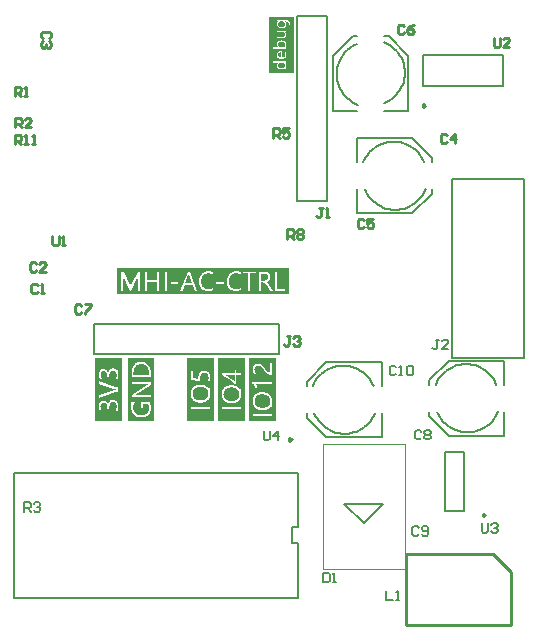
<source format=gto>
G04*
G04 #@! TF.GenerationSoftware,Altium Limited,Altium Designer,23.6.0 (18)*
G04*
G04 Layer_Color=65535*
%FSLAX25Y25*%
%MOIN*%
G70*
G04*
G04 #@! TF.SameCoordinates,7954F5F0-22A1-4131-B6F7-0AC426F17986*
G04*
G04*
G04 #@! TF.FilePolarity,Positive*
G04*
G01*
G75*
%ADD10C,0.00800*%
%ADD11C,0.00984*%
%ADD12C,0.00600*%
%ADD13C,0.00787*%
%ADD14C,0.01000*%
%ADD15C,0.00394*%
%ADD16C,0.00591*%
G36*
X25295Y68996D02*
X16320D01*
Y90256D01*
X25295D01*
Y68996D01*
D02*
G37*
G36*
X-15157Y90256D02*
Y68996D01*
X-24103D01*
Y90256D01*
X-15157D01*
D02*
G37*
G36*
X-25984Y68996D02*
X-34929D01*
Y90256D01*
X-25984D01*
Y68996D01*
D02*
G37*
G36*
X4626Y68996D02*
X-4319D01*
Y90256D01*
X4626D01*
Y68996D01*
D02*
G37*
G36*
X14961Y90256D02*
Y68996D01*
X6016D01*
Y90256D01*
X14961D01*
D02*
G37*
G36*
X31350Y185138D02*
X23068D01*
Y203983D01*
X31350D01*
Y185138D01*
D02*
G37*
G36*
X29563Y111319D02*
X-27559D01*
Y120261D01*
X29563D01*
Y111319D01*
D02*
G37*
%LPC*%
G36*
X24016Y88425D02*
X23393D01*
Y85331D01*
X23273D01*
X23174Y85353D01*
X23076Y85364D01*
X22999Y85386D01*
X22923Y85408D01*
X22879Y85419D01*
X22846Y85441D01*
X22835D01*
X22748Y85495D01*
X22650Y85550D01*
X22573Y85627D01*
X22497Y85692D01*
X22431Y85747D01*
X22376Y85801D01*
X22343Y85834D01*
X22333Y85845D01*
X22223Y85965D01*
X22103Y86118D01*
X21972Y86293D01*
X21841Y86457D01*
X21731Y86610D01*
X21644Y86730D01*
X21600Y86785D01*
X21578Y86818D01*
X21567Y86840D01*
X21557Y86851D01*
X21349Y87124D01*
X21163Y87353D01*
X20977Y87539D01*
X20824Y87692D01*
X20682Y87802D01*
X20584Y87878D01*
X20518Y87933D01*
X20507Y87944D01*
X20496D01*
X20289Y88053D01*
X20081Y88130D01*
X19884Y88195D01*
X19688Y88228D01*
X19524Y88250D01*
X19458Y88261D01*
X19403Y88272D01*
X19349D01*
X19316D01*
X19294D01*
X19283D01*
X19141D01*
X18999Y88250D01*
X18748Y88195D01*
X18529Y88108D01*
X18354Y88020D01*
X18201Y87933D01*
X18103Y87845D01*
X18037Y87791D01*
X18015Y87780D01*
Y87769D01*
X17928Y87670D01*
X17851Y87572D01*
X17742Y87353D01*
X17655Y87135D01*
X17589Y86916D01*
X17556Y86730D01*
X17545Y86654D01*
Y86577D01*
X17534Y86523D01*
Y86545D01*
Y86446D01*
X17545Y86271D01*
X17556Y86097D01*
X17633Y85780D01*
X17731Y85506D01*
X17786Y85386D01*
X17840Y85277D01*
X17895Y85178D01*
X17950Y85091D01*
X18004Y85014D01*
X18048Y84949D01*
X18092Y84905D01*
X18124Y84872D01*
X18135Y84851D01*
X18146Y84840D01*
X18890D01*
X18769Y84960D01*
X18649Y85091D01*
X18562Y85211D01*
X18474Y85321D01*
X18420Y85419D01*
X18365Y85495D01*
X18343Y85539D01*
X18332Y85561D01*
X18267Y85714D01*
X18212Y85856D01*
X18179Y85987D01*
X18146Y86107D01*
X18135Y86217D01*
X18124Y86293D01*
Y86359D01*
X18135Y86556D01*
X18179Y86730D01*
X18223Y86883D01*
X18289Y87015D01*
X18343Y87124D01*
X18398Y87190D01*
X18441Y87244D01*
X18452Y87255D01*
X18584Y87364D01*
X18726Y87452D01*
X18879Y87507D01*
X19021Y87550D01*
X19152Y87572D01*
X19250Y87594D01*
X19294D01*
X19327D01*
X19338D01*
X19349D01*
X19545Y87583D01*
X19731Y87550D01*
X19895Y87496D01*
X20037Y87452D01*
X20157Y87397D01*
X20245Y87343D01*
X20300Y87310D01*
X20322Y87299D01*
X20485Y87168D01*
X20638Y87026D01*
X20791Y86862D01*
X20933Y86698D01*
X21043Y86545D01*
X21141Y86424D01*
X21174Y86381D01*
X21196Y86348D01*
X21207Y86326D01*
X21218Y86315D01*
X21404Y86053D01*
X21578Y85834D01*
X21721Y85648D01*
X21852Y85495D01*
X21950Y85375D01*
X22027Y85288D01*
X22070Y85244D01*
X22092Y85222D01*
X22223Y85102D01*
X22354Y85004D01*
X22475Y84916D01*
X22584Y84851D01*
X22682Y84807D01*
X22748Y84774D01*
X22792Y84752D01*
X22814Y84741D01*
X22956Y84698D01*
X23109Y84665D01*
X23262Y84632D01*
X23404Y84621D01*
X23524Y84610D01*
X23622Y84599D01*
X17534D01*
X24016D01*
Y88425D01*
D02*
G37*
G36*
Y82315D02*
X17502D01*
Y80151D01*
Y82031D01*
X17611Y81899D01*
X17709Y81757D01*
X17808Y81615D01*
X17906Y81484D01*
X17982Y81353D01*
X18037Y81255D01*
X18081Y81189D01*
X18092Y81178D01*
Y81167D01*
X18201Y80970D01*
X18289Y80774D01*
X18365Y80610D01*
X18420Y80457D01*
X18474Y80326D01*
X18507Y80238D01*
X18518Y80172D01*
X18529Y80161D01*
Y80151D01*
X17502D01*
X24016D01*
X19272D01*
X19229Y80293D01*
X19174Y80435D01*
X19130Y80577D01*
X19075Y80697D01*
X19021Y80806D01*
X18977Y80894D01*
X18955Y80949D01*
X18944Y80970D01*
X18857Y81123D01*
X18780Y81265D01*
X18704Y81375D01*
X18649Y81462D01*
X18595Y81539D01*
X18551Y81582D01*
X18529Y81615D01*
X18518Y81626D01*
X24016D01*
Y82315D01*
D02*
G37*
G36*
X24114Y78795D02*
X17534D01*
X20748D01*
X20485Y78784D01*
X20245Y78763D01*
X20005Y78719D01*
X19786Y78664D01*
X19578Y78610D01*
X19392Y78544D01*
X19218Y78467D01*
X19054Y78391D01*
X18912Y78314D01*
X18791Y78238D01*
X18682Y78172D01*
X18595Y78118D01*
X18518Y78063D01*
X18474Y78019D01*
X18441Y77997D01*
X18431Y77987D01*
X18278Y77833D01*
X18135Y77659D01*
X18015Y77495D01*
X17917Y77320D01*
X17829Y77134D01*
X17753Y76959D01*
X17698Y76784D01*
X17644Y76620D01*
X17611Y76467D01*
X17578Y76325D01*
X17556Y76194D01*
X17545Y76085D01*
Y75997D01*
X17534Y75921D01*
Y75866D01*
X17545Y75604D01*
X17578Y75363D01*
X17622Y75123D01*
X17676Y74904D01*
X17742Y74708D01*
X17829Y74522D01*
X17906Y74347D01*
X17993Y74194D01*
X18081Y74063D01*
X18157Y73942D01*
X18234Y73844D01*
X18310Y73757D01*
X18365Y73691D01*
X18409Y73647D01*
X18441Y73615D01*
X18452Y73603D01*
X18627Y73462D01*
X18824Y73330D01*
X19021Y73221D01*
X19229Y73123D01*
X19425Y73046D01*
X19633Y72980D01*
X19830Y72926D01*
X20026Y72882D01*
X20212Y72838D01*
X20376Y72817D01*
X20529Y72795D01*
X20660Y72784D01*
X20759D01*
X20846Y72773D01*
X20912D01*
X21174Y72784D01*
X21415Y72806D01*
X21655Y72849D01*
X21873Y72904D01*
X22081Y72959D01*
X22267Y73035D01*
X22442Y73112D01*
X22606Y73188D01*
X22748Y73265D01*
X22868Y73330D01*
X22977Y73407D01*
X23065Y73462D01*
X23141Y73516D01*
X23185Y73560D01*
X23218Y73582D01*
X23229Y73593D01*
X23382Y73757D01*
X23524Y73921D01*
X23644Y74095D01*
X23743Y74281D01*
X23830Y74456D01*
X23896Y74642D01*
X23961Y74817D01*
X24005Y74981D01*
X24038Y75145D01*
X24070Y75287D01*
X24081Y75418D01*
X24103Y75538D01*
Y75626D01*
X24114Y75702D01*
Y72773D01*
D01*
Y78795D01*
D02*
G37*
G36*
X24016Y71505D02*
X17644D01*
Y70806D01*
X24016D01*
Y71505D01*
D02*
G37*
%LPD*%
G36*
X24114Y75757D02*
X24103Y76019D01*
X24070Y76259D01*
X24027Y76489D01*
X23972Y76697D01*
X23896Y76894D01*
X23819Y77079D01*
X23743Y77243D01*
X23655Y77396D01*
X23568Y77527D01*
X23491Y77648D01*
X23404Y77746D01*
X23338Y77823D01*
X23283Y77888D01*
X23240Y77943D01*
X23207Y77965D01*
X23196Y77975D01*
X23021Y78118D01*
X22824Y78249D01*
X22628Y78358D01*
X22431Y78446D01*
X22223Y78533D01*
X22016Y78599D01*
X21819Y78653D01*
X21622Y78697D01*
X21447Y78730D01*
X21283Y78752D01*
X21130Y78773D01*
X20999Y78784D01*
X20890Y78795D01*
X24114D01*
Y75757D01*
D02*
G37*
G36*
X21076Y78052D02*
X21294Y78041D01*
X21491Y78008D01*
X21677Y77965D01*
X21852Y77921D01*
X22005Y77866D01*
X22147Y77812D01*
X22278Y77757D01*
X22398Y77702D01*
X22497Y77648D01*
X22584Y77593D01*
X22660Y77549D01*
X22715Y77506D01*
X22759Y77473D01*
X22781Y77462D01*
X22792Y77451D01*
X22912Y77331D01*
X23021Y77200D01*
X23120Y77068D01*
X23196Y76926D01*
X23262Y76784D01*
X23316Y76642D01*
X23404Y76380D01*
X23437Y76249D01*
X23458Y76128D01*
X23469Y76030D01*
X23480Y75932D01*
X23491Y75866D01*
Y75757D01*
X23480Y75571D01*
X23458Y75396D01*
X23426Y75232D01*
X23371Y75079D01*
X23316Y74926D01*
X23251Y74795D01*
X23185Y74675D01*
X23120Y74565D01*
X23054Y74467D01*
X22977Y74380D01*
X22923Y74303D01*
X22868Y74238D01*
X22814Y74194D01*
X22781Y74161D01*
X22759Y74139D01*
X22748Y74128D01*
X22606Y74019D01*
X22453Y73931D01*
X22300Y73844D01*
X22136Y73778D01*
X21819Y73669D01*
X21513Y73593D01*
X21382Y73571D01*
X21250Y73549D01*
X21141Y73538D01*
X21043Y73527D01*
X20955Y73516D01*
X20901D01*
X20857D01*
X20846D01*
X20638Y73527D01*
X20431Y73538D01*
X20234Y73571D01*
X20059Y73615D01*
X19884Y73658D01*
X19731Y73713D01*
X19589Y73768D01*
X19458Y73833D01*
X19338Y73888D01*
X19229Y73942D01*
X19141Y73997D01*
X19064Y74041D01*
X19010Y74085D01*
X18966Y74117D01*
X18944Y74128D01*
X18933Y74139D01*
X18802Y74259D01*
X18682Y74391D01*
X18584Y74522D01*
X18496Y74664D01*
X18420Y74806D01*
X18365Y74937D01*
X18310Y75079D01*
X18278Y75210D01*
X18245Y75331D01*
X18223Y75451D01*
X18201Y75549D01*
X18190Y75637D01*
X18179Y75713D01*
Y75811D01*
X18190Y76008D01*
X18212Y76194D01*
X18245Y76358D01*
X18289Y76522D01*
X18343Y76675D01*
X18409Y76806D01*
X18463Y76937D01*
X18529Y77047D01*
X18606Y77145D01*
X18660Y77232D01*
X18726Y77309D01*
X18780Y77364D01*
X18824Y77407D01*
X18857Y77451D01*
X18879Y77462D01*
X18890Y77473D01*
X19032Y77582D01*
X19174Y77670D01*
X19338Y77746D01*
X19502Y77812D01*
X19819Y77921D01*
X20136Y77987D01*
X20289Y78019D01*
X20420Y78030D01*
X20540Y78041D01*
X20649Y78052D01*
X20737Y78063D01*
X20802D01*
X20846D01*
X20857D01*
X21076Y78052D01*
D02*
G37*
%LPC*%
G36*
X-19630Y88884D02*
X-22811D01*
Y83790D01*
X-16439D01*
Y85441D01*
X-16449Y85714D01*
X-16482Y85987D01*
X-16526Y86239D01*
X-16581Y86468D01*
X-16646Y86687D01*
X-16723Y86894D01*
X-16799Y87080D01*
X-16887Y87255D01*
X-16963Y87408D01*
X-17040Y87539D01*
X-17116Y87649D01*
X-17182Y87747D01*
X-17247Y87823D01*
X-17291Y87878D01*
X-17313Y87911D01*
X-17324Y87922D01*
X-17499Y88097D01*
X-17684Y88239D01*
X-17881Y88370D01*
X-18078Y88479D01*
X-18275Y88567D01*
X-18472Y88654D01*
X-18657Y88709D01*
X-18843Y88763D01*
X-19018Y88807D01*
X-19182Y88829D01*
X-19324Y88851D01*
X-19455Y88873D01*
X-19554D01*
X-19630Y88884D01*
D02*
G37*
G36*
X-16439Y82096D02*
X-22811D01*
Y77003D01*
X-16439D01*
Y77702D01*
X-21106D01*
X-21324D01*
X-21510D01*
X-21652Y77691D01*
X-21772D01*
X-21871Y77680D01*
X-21936D01*
X-21969Y77670D01*
X-21980D01*
Y77691D01*
X-21816Y77768D01*
X-21750Y77801D01*
X-21696Y77823D01*
X-21652Y77855D01*
X-21619Y77866D01*
X-21598Y77888D01*
X-21587D01*
X-16439Y81222D01*
Y82096D01*
D02*
G37*
G36*
X-16876Y75505D02*
X-19739D01*
Y73396D01*
X-19094D01*
Y74806D01*
X-17269D01*
X-17171Y74587D01*
X-17094Y74369D01*
X-17040Y74150D01*
X-17007Y73942D01*
X-16985Y73757D01*
X-16974Y73680D01*
X-16963Y73615D01*
Y73483D01*
X-16974Y73276D01*
X-16996Y73090D01*
X-17029Y72904D01*
X-17072Y72740D01*
X-17127Y72576D01*
X-17182Y72434D01*
X-17247Y72303D01*
X-17313Y72183D01*
X-17379Y72084D01*
X-17444Y71986D01*
X-17499Y71909D01*
X-17553Y71844D01*
X-17597Y71789D01*
X-17630Y71756D01*
X-17652Y71734D01*
X-17663Y71724D01*
X-17805Y71614D01*
X-17947Y71516D01*
X-18100Y71429D01*
X-18264Y71363D01*
X-18417Y71297D01*
X-18581Y71243D01*
X-18898Y71166D01*
X-19040Y71144D01*
X-19171Y71122D01*
X-19291Y71112D01*
X-19390Y71101D01*
X-19477Y71090D01*
X-19543D01*
X-19586D01*
X-19597D01*
X-19816Y71101D01*
X-20023Y71122D01*
X-20209Y71155D01*
X-20395Y71199D01*
X-20570Y71254D01*
X-20723Y71308D01*
X-20865Y71374D01*
X-21007Y71439D01*
X-21116Y71494D01*
X-21226Y71560D01*
X-21313Y71614D01*
X-21390Y71669D01*
X-21444Y71713D01*
X-21488Y71746D01*
X-21510Y71767D01*
X-21521Y71778D01*
X-21652Y71909D01*
X-21772Y72052D01*
X-21871Y72205D01*
X-21958Y72357D01*
X-22035Y72500D01*
X-22089Y72653D01*
X-22144Y72795D01*
X-22177Y72937D01*
X-22209Y73057D01*
X-22231Y73177D01*
X-22253Y73287D01*
X-22264Y73385D01*
X-22275Y73450D01*
Y73757D01*
X-22253Y73942D01*
X-22199Y74292D01*
X-22166Y74456D01*
X-22122Y74598D01*
X-22078Y74740D01*
X-22035Y74871D01*
X-21980Y74981D01*
X-21936Y75090D01*
X-21893Y75178D01*
X-21860Y75254D01*
X-21827Y75309D01*
X-21805Y75352D01*
X-21794Y75374D01*
X-21783Y75385D01*
X-22570D01*
X-22691Y75123D01*
X-22778Y74828D01*
X-22833Y74543D01*
X-22876Y74270D01*
X-22887Y74139D01*
X-22898Y74019D01*
X-22909Y73921D01*
X-22920Y73822D01*
Y75505D01*
D01*
Y70346D01*
X-16340D01*
X-19532D01*
X-19269Y70357D01*
X-19018Y70379D01*
X-18778Y70423D01*
X-18559Y70478D01*
X-18351Y70543D01*
X-18165Y70609D01*
X-17991Y70685D01*
X-17838Y70773D01*
X-17695Y70849D01*
X-17564Y70926D01*
X-17466Y70991D01*
X-17379Y71057D01*
X-17302Y71112D01*
X-17258Y71155D01*
X-17225Y71177D01*
X-17214Y71188D01*
X-17062Y71352D01*
X-16930Y71527D01*
X-16810Y71713D01*
X-16712Y71887D01*
X-16624Y72073D01*
X-16559Y72259D01*
X-16493Y72434D01*
X-16449Y72609D01*
X-16417Y72762D01*
X-16384Y72915D01*
X-16362Y73046D01*
X-16351Y73166D01*
Y73254D01*
X-16340Y73330D01*
Y73385D01*
X-16351Y73603D01*
X-16362Y73811D01*
X-16428Y74205D01*
X-16460Y74391D01*
X-16515Y74565D01*
X-16559Y74729D01*
X-16613Y74882D01*
X-16657Y75024D01*
X-16712Y75145D01*
X-16756Y75254D01*
X-16788Y75341D01*
X-16832Y75407D01*
X-16854Y75462D01*
X-16865Y75494D01*
X-16876Y75505D01*
D02*
G37*
%LPD*%
G36*
X-19980Y88873D02*
X-20242Y88851D01*
X-20493Y88796D01*
X-20723Y88742D01*
X-20942Y88665D01*
X-21138Y88578D01*
X-21324Y88468D01*
X-21499Y88359D01*
X-21652Y88239D01*
X-21794Y88108D01*
X-21925Y87966D01*
X-22046Y87823D01*
X-22155Y87670D01*
X-22253Y87517D01*
X-22417Y87200D01*
X-22548Y86883D01*
X-22647Y86577D01*
X-22712Y86293D01*
X-22767Y86042D01*
X-22778Y85933D01*
X-22789Y85823D01*
X-22800Y85736D01*
Y85659D01*
X-22811Y85605D01*
Y88884D01*
X-19696D01*
X-19980Y88873D01*
D02*
G37*
G36*
X-19455Y88140D02*
X-19248Y88119D01*
X-19051Y88086D01*
X-18865Y88042D01*
X-18690Y87987D01*
X-18537Y87922D01*
X-18395Y87867D01*
X-18264Y87802D01*
X-18144Y87725D01*
X-18045Y87670D01*
X-17958Y87605D01*
X-17892Y87550D01*
X-17838Y87507D01*
X-17794Y87474D01*
X-17772Y87452D01*
X-17761Y87441D01*
X-17641Y87299D01*
X-17531Y87157D01*
X-17444Y86993D01*
X-17368Y86829D01*
X-17302Y86665D01*
X-17236Y86501D01*
X-17160Y86184D01*
X-17127Y86031D01*
X-17105Y85889D01*
X-17094Y85769D01*
X-17083Y85659D01*
X-17072Y85572D01*
Y84490D01*
X-22166D01*
Y85495D01*
X-22155Y85736D01*
X-22133Y85965D01*
X-22100Y86173D01*
X-22057Y86370D01*
X-22002Y86556D01*
X-21936Y86730D01*
X-21860Y86883D01*
X-21783Y87037D01*
X-21685Y87168D01*
X-21587Y87288D01*
X-21379Y87507D01*
X-21160Y87681D01*
X-20931Y87823D01*
X-20690Y87933D01*
X-20472Y88009D01*
X-20264Y88075D01*
X-20078Y88108D01*
X-19914Y88130D01*
X-19794Y88151D01*
X-19750D01*
X-19717D01*
X-19696D01*
X-19685D01*
X-19455Y88140D01*
D02*
G37*
G36*
X-17313Y81419D02*
X-17346Y81397D01*
X-17411Y81364D01*
X-17477Y81320D01*
X-17542Y81276D01*
X-17619Y81244D01*
X-17674Y81200D01*
X-17717Y81178D01*
X-17728Y81167D01*
X-22811Y77932D01*
Y81386D01*
X-18253D01*
X-18034D01*
X-17849Y81397D01*
X-17684Y81408D01*
X-17553Y81419D01*
X-17444D01*
X-17368Y81429D01*
X-17324Y81440D01*
X-17313D01*
Y81419D01*
D02*
G37*
G36*
X-22909Y73385D02*
X-22876Y73134D01*
X-22833Y72893D01*
X-22767Y72675D01*
X-22701Y72467D01*
X-22625Y72270D01*
X-22537Y72084D01*
X-22450Y71920D01*
X-22352Y71778D01*
X-22275Y71647D01*
X-22188Y71538D01*
X-22122Y71450D01*
X-22057Y71374D01*
X-22013Y71319D01*
X-21980Y71286D01*
X-21969Y71276D01*
X-21783Y71112D01*
X-21587Y70969D01*
X-21390Y70849D01*
X-21182Y70740D01*
X-20985Y70652D01*
X-20778Y70576D01*
X-20581Y70510D01*
X-20395Y70467D01*
X-20220Y70423D01*
X-20056Y70401D01*
X-19903Y70379D01*
X-19783Y70357D01*
X-19674D01*
X-19597Y70346D01*
X-22920D01*
Y73647D01*
X-22909Y73385D01*
D02*
G37*
%LPC*%
G36*
X-27167Y86709D02*
D01*
Y84468D01*
X-27178Y84643D01*
X-27189Y84818D01*
X-27243Y85135D01*
X-27331Y85408D01*
X-27375Y85528D01*
X-27429Y85637D01*
X-27473Y85736D01*
X-27517Y85823D01*
X-27560Y85900D01*
X-27604Y85965D01*
X-27637Y86009D01*
X-27659Y86042D01*
X-27681Y86064D01*
Y86075D01*
X-27779Y86184D01*
X-27888Y86282D01*
X-27998Y86370D01*
X-28118Y86446D01*
X-28227Y86501D01*
X-28347Y86556D01*
X-28566Y86632D01*
X-28763Y86676D01*
X-28839Y86687D01*
X-28916Y86698D01*
X-28970Y86709D01*
X-29058D01*
X-29287Y86687D01*
X-29495Y86643D01*
X-29670Y86577D01*
X-29823Y86501D01*
X-29943Y86424D01*
X-30031Y86359D01*
X-30085Y86315D01*
X-30107Y86293D01*
X-30249Y86129D01*
X-30358Y85954D01*
X-30446Y85769D01*
X-30501Y85594D01*
X-30544Y85441D01*
X-30577Y85310D01*
Y85266D01*
X-30588Y85233D01*
Y85200D01*
X-30599D01*
X-30675Y85430D01*
X-30774Y85627D01*
X-30883Y85790D01*
X-31014Y85944D01*
X-31145Y86064D01*
X-31277Y86162D01*
X-31419Y86250D01*
X-31550Y86315D01*
X-31681Y86370D01*
X-31812Y86414D01*
X-31921Y86435D01*
X-32031Y86457D01*
X-32107Y86468D01*
X-32173Y86479D01*
X-32217D01*
X-32228D01*
X-32348D01*
X-32468Y86457D01*
X-32686Y86403D01*
X-32872Y86326D01*
X-33025Y86239D01*
X-33156Y86140D01*
X-33244Y86064D01*
X-33299Y86009D01*
X-33321Y85998D01*
Y85987D01*
X-33463Y85790D01*
X-33572Y85583D01*
X-33648Y85375D01*
X-33692Y85178D01*
X-33725Y85004D01*
X-33736Y84927D01*
Y84861D01*
X-33747Y84807D01*
Y84730D01*
X-33736Y84424D01*
X-33692Y84151D01*
X-33626Y83900D01*
X-33561Y83692D01*
X-33495Y83517D01*
X-33463Y83451D01*
X-33430Y83397D01*
X-33408Y83353D01*
X-33386Y83320D01*
X-33375Y83298D01*
Y83288D01*
X-32686D01*
X-32774Y83397D01*
X-32840Y83517D01*
X-32960Y83736D01*
X-33047Y83943D01*
X-33102Y84140D01*
X-33135Y84315D01*
X-33146Y84381D01*
Y84446D01*
X-33156Y84490D01*
Y84555D01*
X-33146Y84774D01*
X-33113Y84960D01*
X-33058Y85113D01*
X-32982Y85255D01*
X-32905Y85375D01*
X-32807Y85474D01*
X-32708Y85550D01*
X-32610Y85616D01*
X-32501Y85670D01*
X-32402Y85703D01*
X-32304Y85736D01*
X-32228Y85747D01*
X-32151Y85758D01*
X-32096Y85769D01*
X-32063D01*
X-32053D01*
X-31845Y85747D01*
X-31659Y85703D01*
X-31495Y85627D01*
X-31353Y85517D01*
X-31244Y85397D01*
X-31145Y85266D01*
X-31069Y85124D01*
X-31003Y84971D01*
X-30949Y84818D01*
X-30916Y84676D01*
X-30883Y84544D01*
X-30872Y84424D01*
X-30861Y84326D01*
X-30850Y84238D01*
Y83670D01*
X-30271D01*
Y84195D01*
X-30260Y84512D01*
X-30216Y84785D01*
X-30151Y85036D01*
X-30074Y85233D01*
X-29976Y85408D01*
X-29867Y85561D01*
X-29746Y85681D01*
X-29637Y85769D01*
X-29517Y85845D01*
X-29397Y85900D01*
X-29287Y85944D01*
X-29189Y85965D01*
X-29112Y85987D01*
X-29047Y85998D01*
X-29003D01*
X-28992D01*
X-28784Y85976D01*
X-28610Y85933D01*
X-28446Y85867D01*
X-28315Y85790D01*
X-28216Y85714D01*
X-28140Y85648D01*
X-28085Y85605D01*
X-28074Y85583D01*
X-27965Y85419D01*
X-27877Y85244D01*
X-27823Y85069D01*
X-27779Y84894D01*
X-27757Y84741D01*
X-27746Y84621D01*
X-27735Y84577D01*
Y84512D01*
X-27746Y84359D01*
X-27757Y84217D01*
X-27823Y83943D01*
X-27899Y83692D01*
X-27998Y83473D01*
X-28052Y83375D01*
X-28096Y83288D01*
X-28140Y83211D01*
X-28183Y83156D01*
X-28216Y83102D01*
X-28238Y83069D01*
X-28249Y83047D01*
X-28260Y83036D01*
X-33747D01*
D01*
X-27167D01*
Y86709D01*
D02*
G37*
G36*
X-27265Y82380D02*
D01*
Y80009D01*
X-33637Y82380D01*
Y81626D01*
X-28544Y79790D01*
X-28336Y79724D01*
X-28238Y79692D01*
X-28151Y79670D01*
X-28074Y79659D01*
X-28019Y79648D01*
X-27987Y79637D01*
X-27976D01*
Y79615D01*
X-28096Y79593D01*
X-28205Y79582D01*
X-28293Y79560D01*
X-28380Y79539D01*
X-28446Y79517D01*
X-28489Y79506D01*
X-28522Y79495D01*
X-28533D01*
X-33637Y77702D01*
Y76915D01*
X-27265Y79243D01*
Y76915D01*
X-33637D01*
X-27265D01*
Y82380D01*
D02*
G37*
G36*
X-27167Y76194D02*
X-33747D01*
X-29058D01*
X-29287Y76172D01*
X-29495Y76128D01*
X-29670Y76063D01*
X-29823Y75986D01*
X-29943Y75910D01*
X-30031Y75844D01*
X-30085Y75801D01*
X-30107Y75779D01*
X-30249Y75615D01*
X-30358Y75440D01*
X-30446Y75254D01*
X-30501Y75079D01*
X-30544Y74926D01*
X-30577Y74795D01*
Y74751D01*
X-30588Y74718D01*
Y74686D01*
X-30599D01*
X-30675Y74915D01*
X-30774Y75112D01*
X-30883Y75276D01*
X-31014Y75429D01*
X-31145Y75549D01*
X-31277Y75647D01*
X-31419Y75735D01*
X-31550Y75801D01*
X-31681Y75855D01*
X-31812Y75899D01*
X-31921Y75921D01*
X-32031Y75943D01*
X-32107Y75954D01*
X-32173Y75964D01*
X-32217D01*
X-32228D01*
X-32348D01*
X-32468Y75943D01*
X-32686Y75888D01*
X-32872Y75811D01*
X-33025Y75724D01*
X-33156Y75626D01*
X-33244Y75549D01*
X-33299Y75494D01*
X-33321Y75484D01*
Y75473D01*
X-33463Y75276D01*
X-33572Y75068D01*
X-33648Y74861D01*
X-33692Y74664D01*
X-33725Y74489D01*
X-33736Y74412D01*
Y74347D01*
X-33747Y74292D01*
Y74216D01*
X-33736Y73910D01*
X-33692Y73636D01*
X-33626Y73385D01*
X-33561Y73177D01*
X-33495Y73002D01*
X-33463Y72937D01*
X-33430Y72882D01*
X-33408Y72838D01*
X-33386Y72806D01*
X-33375Y72784D01*
Y72773D01*
X-32686D01*
X-32774Y72882D01*
X-32840Y73002D01*
X-32960Y73221D01*
X-33047Y73429D01*
X-33102Y73625D01*
X-33135Y73800D01*
X-33146Y73866D01*
Y73931D01*
X-33156Y73975D01*
Y74041D01*
X-33146Y74259D01*
X-33113Y74445D01*
X-33058Y74598D01*
X-32982Y74740D01*
X-32905Y74861D01*
X-32807Y74959D01*
X-32708Y75035D01*
X-32610Y75101D01*
X-32501Y75156D01*
X-32402Y75188D01*
X-32304Y75221D01*
X-32228Y75232D01*
X-32151Y75243D01*
X-32096Y75254D01*
X-32063D01*
X-32053D01*
X-31845Y75232D01*
X-31659Y75188D01*
X-31495Y75112D01*
X-31353Y75003D01*
X-31244Y74882D01*
X-31145Y74751D01*
X-31069Y74609D01*
X-31003Y74456D01*
X-30949Y74303D01*
X-30916Y74161D01*
X-30883Y74030D01*
X-30872Y73910D01*
X-30861Y73811D01*
X-30850Y73724D01*
Y73155D01*
X-30271D01*
Y73680D01*
X-30260Y73997D01*
X-30216Y74270D01*
X-30151Y74522D01*
X-30074Y74718D01*
X-29976Y74893D01*
X-29867Y75046D01*
X-29746Y75166D01*
X-29637Y75254D01*
X-29517Y75331D01*
X-29397Y75385D01*
X-29287Y75429D01*
X-29189Y75451D01*
X-29112Y75473D01*
X-29047Y75484D01*
X-29003D01*
X-28992D01*
X-28784Y75462D01*
X-28610Y75418D01*
X-28446Y75352D01*
X-28315Y75276D01*
X-28216Y75199D01*
X-28140Y75134D01*
X-28085Y75090D01*
X-28074Y75068D01*
X-27965Y74904D01*
X-27877Y74729D01*
X-27823Y74555D01*
X-27779Y74380D01*
X-27757Y74227D01*
X-27746Y74106D01*
X-27735Y74063D01*
Y73997D01*
X-27746Y73844D01*
X-27757Y73702D01*
X-27823Y73429D01*
X-27899Y73177D01*
X-27998Y72959D01*
X-28052Y72860D01*
X-28096Y72773D01*
X-28140Y72696D01*
X-28183Y72642D01*
X-28216Y72587D01*
X-28238Y72554D01*
X-28249Y72532D01*
X-28260Y72522D01*
X-27495D01*
X-27386Y72740D01*
X-27309Y72980D01*
X-27243Y73210D01*
X-27211Y73440D01*
X-27189Y73647D01*
X-27178Y73735D01*
Y73811D01*
X-27167Y73866D01*
Y72522D01*
D01*
Y76194D01*
D02*
G37*
%LPD*%
G36*
Y83036D02*
X-27495D01*
X-27386Y83255D01*
X-27309Y83495D01*
X-27243Y83725D01*
X-27211Y83954D01*
X-27189Y84162D01*
X-27178Y84249D01*
Y84326D01*
X-27167Y84381D01*
Y83036D01*
D02*
G37*
G36*
Y73953D02*
X-27178Y74128D01*
X-27189Y74303D01*
X-27243Y74620D01*
X-27331Y74893D01*
X-27375Y75014D01*
X-27429Y75123D01*
X-27473Y75221D01*
X-27517Y75309D01*
X-27560Y75385D01*
X-27604Y75451D01*
X-27637Y75494D01*
X-27659Y75527D01*
X-27681Y75549D01*
Y75560D01*
X-27779Y75669D01*
X-27888Y75768D01*
X-27998Y75855D01*
X-28118Y75932D01*
X-28227Y75986D01*
X-28347Y76041D01*
X-28566Y76117D01*
X-28763Y76161D01*
X-28839Y76172D01*
X-28916Y76183D01*
X-28970Y76194D01*
X-27167D01*
Y73953D01*
D02*
G37*
%LPC*%
G36*
X1487Y85949D02*
X-3027D01*
X1399D01*
X1235Y85938D01*
X1082Y85927D01*
X809Y85861D01*
X569Y85774D01*
X372Y85676D01*
X208Y85566D01*
X143Y85523D01*
X99Y85479D01*
X55Y85446D01*
X22Y85413D01*
X11Y85403D01*
X0Y85392D01*
X-87Y85282D01*
X-175Y85162D01*
X-295Y84911D01*
X-393Y84659D01*
X-448Y84408D01*
X-491Y84189D01*
X-502Y84091D01*
Y84003D01*
X-513Y83938D01*
Y83621D01*
X-502Y83522D01*
Y83424D01*
X-491Y83348D01*
Y83282D01*
X-481Y83238D01*
Y83227D01*
X-2404Y83369D01*
Y85665D01*
X-3027D01*
Y82746D01*
X164Y82528D01*
X143Y82736D01*
X121Y82932D01*
X110Y83107D01*
Y83271D01*
X99Y83413D01*
Y83610D01*
X110Y83894D01*
X153Y84135D01*
X208Y84353D01*
X274Y84517D01*
X339Y84659D01*
X394Y84758D01*
X438Y84812D01*
X448Y84834D01*
X591Y84976D01*
X754Y85085D01*
X919Y85162D01*
X1072Y85206D01*
X1225Y85238D01*
X1334Y85250D01*
X1378Y85260D01*
X1410D01*
X1432D01*
X1443D01*
X1673Y85238D01*
X1869Y85195D01*
X2055Y85129D01*
X2197Y85053D01*
X2317Y84965D01*
X2405Y84900D01*
X2460Y84856D01*
X2482Y84834D01*
X2613Y84670D01*
X2711Y84484D01*
X2777Y84310D01*
X2820Y84135D01*
X2853Y83982D01*
X2864Y83850D01*
X2875Y83807D01*
Y83741D01*
X2853Y83490D01*
X2809Y83249D01*
X2744Y83031D01*
X2656Y82823D01*
X2580Y82659D01*
X2547Y82583D01*
X2514Y82528D01*
X2492Y82473D01*
X2471Y82441D01*
X2449Y82419D01*
Y82408D01*
X-3027D01*
X3443D01*
Y83730D01*
X3432Y83916D01*
X3421Y84091D01*
X3356Y84408D01*
X3312Y84561D01*
X3268Y84692D01*
X3225Y84812D01*
X3170Y84922D01*
X3115Y85020D01*
X3072Y85107D01*
X3028Y85173D01*
X2984Y85238D01*
X2952Y85282D01*
X2919Y85315D01*
X2908Y85337D01*
X2897Y85348D01*
X2788Y85457D01*
X2678Y85545D01*
X2558Y85632D01*
X2427Y85698D01*
X2186Y85807D01*
X1946Y85873D01*
X1727Y85916D01*
X1640Y85927D01*
X1552Y85938D01*
X1487Y85949D01*
D02*
G37*
G36*
X3443Y81271D02*
D01*
Y78232D01*
X3432Y78495D01*
X3400Y78735D01*
X3356Y78965D01*
X3301Y79172D01*
X3225Y79369D01*
X3148Y79555D01*
X3072Y79719D01*
X2984Y79872D01*
X2897Y80003D01*
X2820Y80123D01*
X2733Y80222D01*
X2667Y80298D01*
X2613Y80364D01*
X2569Y80418D01*
X2536Y80440D01*
X2525Y80451D01*
X2350Y80593D01*
X2154Y80725D01*
X1957Y80834D01*
X1760Y80921D01*
X1552Y81009D01*
X1345Y81074D01*
X1148Y81129D01*
X951Y81173D01*
X776Y81205D01*
X612Y81227D01*
X459Y81249D01*
X328Y81260D01*
X219Y81271D01*
X77D01*
X-185Y81260D01*
X-426Y81238D01*
X-666Y81194D01*
X-885Y81140D01*
X-1093Y81085D01*
X-1278Y81020D01*
X-1453Y80943D01*
X-1617Y80866D01*
X-1759Y80790D01*
X-1880Y80713D01*
X-1989Y80648D01*
X-2076Y80593D01*
X-2153Y80539D01*
X-2197Y80495D01*
X-2229Y80473D01*
X-2240Y80462D01*
X-2393Y80309D01*
X-2535Y80134D01*
X-2656Y79970D01*
X-2754Y79795D01*
X-2841Y79610D01*
X-2918Y79435D01*
X-2973Y79260D01*
X-3027Y79096D01*
X-3060Y78943D01*
X-3093Y78801D01*
X-3115Y78670D01*
X-3126Y78560D01*
Y78473D01*
X-3136Y78396D01*
Y78342D01*
X-3126Y78079D01*
X-3093Y77839D01*
X-3049Y77599D01*
X-2994Y77380D01*
X-2929Y77183D01*
X-2841Y76997D01*
X-2765Y76822D01*
X-2678Y76669D01*
X-2590Y76538D01*
X-2513Y76418D01*
X-2437Y76320D01*
X-2361Y76232D01*
X-2306Y76167D01*
X-2262Y76123D01*
X-2229Y76090D01*
X-2218Y76079D01*
X-2043Y75937D01*
X-1847Y75806D01*
X-1650Y75697D01*
X-1442Y75598D01*
X-1246Y75522D01*
X-1038Y75456D01*
X-841Y75402D01*
X-644Y75358D01*
X-459Y75314D01*
X-295Y75292D01*
X-142Y75270D01*
X-11Y75260D01*
X88D01*
X175Y75248D01*
X-3136D01*
D01*
X3443D01*
Y81271D01*
D02*
G37*
G36*
X3345Y73981D02*
X-3027D01*
Y73281D01*
X3345D01*
Y73981D01*
D02*
G37*
%LPD*%
G36*
X3443Y82408D02*
X3192D01*
X3279Y82594D01*
X3334Y82801D01*
X3378Y83020D01*
X3410Y83238D01*
X3432Y83424D01*
Y83512D01*
X3443Y83588D01*
Y82408D01*
D02*
G37*
G36*
X405Y80528D02*
X623Y80517D01*
X820Y80484D01*
X1006Y80440D01*
X1181Y80397D01*
X1334Y80342D01*
X1476Y80287D01*
X1607Y80233D01*
X1727Y80178D01*
X1826Y80123D01*
X1913Y80069D01*
X1990Y80025D01*
X2044Y79981D01*
X2088Y79948D01*
X2110Y79937D01*
X2121Y79927D01*
X2241Y79806D01*
X2350Y79675D01*
X2449Y79544D01*
X2525Y79402D01*
X2591Y79260D01*
X2645Y79118D01*
X2733Y78855D01*
X2766Y78724D01*
X2788Y78604D01*
X2798Y78506D01*
X2809Y78407D01*
X2820Y78342D01*
Y78232D01*
X2809Y78047D01*
X2788Y77872D01*
X2755Y77708D01*
X2700Y77555D01*
X2645Y77402D01*
X2580Y77271D01*
X2514Y77150D01*
X2449Y77041D01*
X2383Y76943D01*
X2307Y76855D01*
X2252Y76779D01*
X2197Y76713D01*
X2143Y76669D01*
X2110Y76637D01*
X2088Y76615D01*
X2077Y76604D01*
X1935Y76494D01*
X1782Y76407D01*
X1629Y76320D01*
X1465Y76254D01*
X1148Y76145D01*
X842Y76068D01*
X711Y76046D01*
X580Y76025D01*
X470Y76014D01*
X372Y76003D01*
X285Y75992D01*
X230D01*
X186D01*
X175D01*
X-32Y76003D01*
X-240Y76014D01*
X-437Y76046D01*
X-612Y76090D01*
X-787Y76134D01*
X-940Y76188D01*
X-1082Y76243D01*
X-1213Y76309D01*
X-1333Y76363D01*
X-1442Y76418D01*
X-1530Y76473D01*
X-1606Y76516D01*
X-1661Y76560D01*
X-1705Y76593D01*
X-1727Y76604D01*
X-1737Y76615D01*
X-1869Y76735D01*
X-1989Y76866D01*
X-2087Y76997D01*
X-2175Y77139D01*
X-2251Y77281D01*
X-2306Y77413D01*
X-2361Y77555D01*
X-2393Y77686D01*
X-2426Y77806D01*
X-2448Y77926D01*
X-2470Y78025D01*
X-2481Y78112D01*
X-2492Y78189D01*
Y78287D01*
X-2481Y78484D01*
X-2459Y78670D01*
X-2426Y78834D01*
X-2382Y78997D01*
X-2328Y79150D01*
X-2262Y79282D01*
X-2207Y79413D01*
X-2142Y79522D01*
X-2065Y79620D01*
X-2011Y79708D01*
X-1945Y79785D01*
X-1891Y79839D01*
X-1847Y79883D01*
X-1814Y79927D01*
X-1792Y79937D01*
X-1781Y79948D01*
X-1639Y80058D01*
X-1497Y80145D01*
X-1333Y80222D01*
X-1169Y80287D01*
X-852Y80397D01*
X-535Y80462D01*
X-382Y80495D01*
X-251Y80506D01*
X-131Y80517D01*
X-21Y80528D01*
X66Y80539D01*
X132D01*
X175D01*
X186D01*
X405Y80528D01*
D02*
G37*
G36*
X3443Y75248D02*
X241D01*
X503Y75260D01*
X744Y75281D01*
X984Y75325D01*
X1203Y75380D01*
X1410Y75434D01*
X1596Y75511D01*
X1771Y75587D01*
X1935Y75664D01*
X2077Y75740D01*
X2197Y75806D01*
X2307Y75883D01*
X2394Y75937D01*
X2471Y75992D01*
X2514Y76035D01*
X2547Y76057D01*
X2558Y76068D01*
X2711Y76232D01*
X2853Y76396D01*
X2973Y76571D01*
X3072Y76757D01*
X3159Y76932D01*
X3225Y77118D01*
X3290Y77292D01*
X3334Y77456D01*
X3367Y77620D01*
X3400Y77762D01*
X3410Y77894D01*
X3432Y78014D01*
Y78101D01*
X3443Y78178D01*
Y75248D01*
D02*
G37*
%LPC*%
G36*
X13680Y86113D02*
X11515D01*
Y85271D01*
X7307D01*
Y86113D01*
D01*
D01*
Y84539D01*
X7668Y84364D01*
X8029Y84167D01*
X8379Y83971D01*
X8542Y83872D01*
X8696Y83774D01*
X8838Y83687D01*
X8969Y83599D01*
X9078Y83522D01*
X9187Y83457D01*
X9264Y83402D01*
X9319Y83359D01*
X9362Y83337D01*
X9373Y83326D01*
X9788Y83031D01*
X10193Y82725D01*
X10565Y82429D01*
X10729Y82298D01*
X10892Y82167D01*
X11035Y82047D01*
X11166Y81938D01*
X11275Y81839D01*
X11373Y81763D01*
X11450Y81686D01*
X11515Y81643D01*
X11548Y81610D01*
X11559Y81599D01*
X7307D01*
X12139D01*
Y84594D01*
X13680D01*
Y85271D01*
X12139D01*
Y86113D01*
X13680D01*
D02*
G37*
G36*
X13778Y81107D02*
Y78069D01*
X13767Y78331D01*
X13734Y78571D01*
X13690Y78801D01*
X13636Y79008D01*
X13559Y79205D01*
X13483Y79391D01*
X13406Y79555D01*
X13319Y79708D01*
X13231Y79839D01*
X13155Y79959D01*
X13068Y80058D01*
X13002Y80134D01*
X12947Y80200D01*
X12904Y80255D01*
X12871Y80276D01*
X12860Y80287D01*
X12685Y80429D01*
X12488Y80560D01*
X12291Y80670D01*
X12095Y80757D01*
X11887Y80845D01*
X11679Y80910D01*
X11483Y80965D01*
X11286Y81009D01*
X11111Y81041D01*
X10947Y81063D01*
X10794Y81085D01*
X10663Y81096D01*
X10554Y81107D01*
X10412D01*
X10149Y81096D01*
X9909Y81074D01*
X9668Y81030D01*
X9450Y80976D01*
X9242Y80921D01*
X9056Y80856D01*
X8881Y80779D01*
X8717Y80703D01*
X8575Y80626D01*
X8455Y80550D01*
X8346Y80484D01*
X8258Y80429D01*
X8182Y80375D01*
X8138Y80331D01*
X8105Y80309D01*
X8094Y80298D01*
X7941Y80145D01*
X7799Y79970D01*
X7679Y79806D01*
X7581Y79631D01*
X7493Y79446D01*
X7417Y79271D01*
X7362Y79096D01*
X7307Y78932D01*
X7275Y78779D01*
X7242Y78637D01*
X7220Y78506D01*
X7209Y78396D01*
Y78309D01*
X7198Y78232D01*
Y78178D01*
X7209Y77915D01*
X7242Y77675D01*
X7286Y77434D01*
X7340Y77216D01*
X7406Y77019D01*
X7493Y76833D01*
X7570Y76658D01*
X7657Y76506D01*
X7745Y76374D01*
X7821Y76254D01*
X7898Y76156D01*
X7974Y76068D01*
X8029Y76003D01*
X8072Y75959D01*
X8105Y75926D01*
X8116Y75915D01*
X8291Y75773D01*
X8488Y75642D01*
X8685Y75533D01*
X8892Y75434D01*
X9089Y75358D01*
X9297Y75292D01*
X9493Y75238D01*
X9690Y75194D01*
X9876Y75150D01*
X10040Y75128D01*
X10193Y75106D01*
X10324Y75095D01*
X10423D01*
X10510Y75085D01*
X7198D01*
D01*
X13778D01*
Y81107D01*
D02*
G37*
G36*
X13680Y73817D02*
X7307D01*
Y73117D01*
X13680D01*
Y73817D01*
D02*
G37*
%LPD*%
G36*
X11515Y82397D02*
X10936Y82856D01*
X10510Y83195D01*
X10062Y83512D01*
X9635Y83807D01*
X9428Y83938D01*
X9231Y84069D01*
X9056Y84178D01*
X8881Y84288D01*
X8739Y84375D01*
X8608Y84452D01*
X8510Y84506D01*
X8433Y84561D01*
X8379Y84583D01*
X8368Y84594D01*
X11515D01*
Y82397D01*
D02*
G37*
G36*
X10739Y80364D02*
X10958Y80353D01*
X11155Y80320D01*
X11341Y80276D01*
X11515Y80233D01*
X11669Y80178D01*
X11811Y80123D01*
X11942Y80069D01*
X12062Y80014D01*
X12160Y79959D01*
X12248Y79905D01*
X12324Y79861D01*
X12379Y79817D01*
X12423Y79785D01*
X12444Y79773D01*
X12455Y79763D01*
X12576Y79642D01*
X12685Y79511D01*
X12783Y79380D01*
X12860Y79238D01*
X12925Y79096D01*
X12980Y78954D01*
X13068Y78692D01*
X13100Y78560D01*
X13122Y78440D01*
X13133Y78342D01*
X13144Y78243D01*
X13155Y78178D01*
Y78069D01*
X13144Y77883D01*
X13122Y77708D01*
X13089Y77544D01*
X13035Y77391D01*
X12980Y77238D01*
X12914Y77107D01*
X12849Y76986D01*
X12783Y76877D01*
X12718Y76779D01*
X12641Y76691D01*
X12587Y76615D01*
X12532Y76549D01*
X12477Y76506D01*
X12444Y76473D01*
X12423Y76451D01*
X12412Y76440D01*
X12270Y76331D01*
X12117Y76243D01*
X11964Y76156D01*
X11800Y76090D01*
X11483Y75981D01*
X11177Y75904D01*
X11045Y75883D01*
X10914Y75861D01*
X10805Y75850D01*
X10707Y75839D01*
X10619Y75828D01*
X10565D01*
X10521D01*
X10510D01*
X10302Y75839D01*
X10095Y75850D01*
X9898Y75883D01*
X9723Y75926D01*
X9548Y75970D01*
X9395Y76025D01*
X9253Y76079D01*
X9122Y76145D01*
X9002Y76199D01*
X8892Y76254D01*
X8805Y76309D01*
X8728Y76352D01*
X8674Y76396D01*
X8630Y76429D01*
X8608Y76440D01*
X8597Y76451D01*
X8466Y76571D01*
X8346Y76702D01*
X8247Y76833D01*
X8160Y76976D01*
X8083Y77118D01*
X8029Y77249D01*
X7974Y77391D01*
X7941Y77522D01*
X7909Y77642D01*
X7887Y77762D01*
X7865Y77861D01*
X7854Y77948D01*
X7843Y78025D01*
Y78123D01*
X7854Y78320D01*
X7876Y78506D01*
X7909Y78670D01*
X7952Y78834D01*
X8007Y78987D01*
X8072Y79118D01*
X8127Y79249D01*
X8193Y79358D01*
X8269Y79457D01*
X8324Y79544D01*
X8389Y79620D01*
X8444Y79675D01*
X8488Y79719D01*
X8521Y79763D01*
X8542Y79773D01*
X8553Y79785D01*
X8696Y79894D01*
X8838Y79981D01*
X9002Y80058D01*
X9166Y80123D01*
X9482Y80233D01*
X9799Y80298D01*
X9952Y80331D01*
X10084Y80342D01*
X10204Y80353D01*
X10313Y80364D01*
X10401Y80375D01*
X10466D01*
X10510D01*
X10521D01*
X10739Y80364D01*
D02*
G37*
G36*
X13778Y75085D02*
X10576D01*
X10838Y75095D01*
X11078Y75117D01*
X11319Y75161D01*
X11537Y75216D01*
X11745Y75270D01*
X11931Y75347D01*
X12106Y75423D01*
X12270Y75500D01*
X12412Y75576D01*
X12532Y75642D01*
X12641Y75718D01*
X12729Y75773D01*
X12805Y75828D01*
X12849Y75871D01*
X12882Y75893D01*
X12893Y75904D01*
X13046Y76068D01*
X13188Y76232D01*
X13308Y76407D01*
X13406Y76593D01*
X13494Y76768D01*
X13559Y76954D01*
X13625Y77128D01*
X13669Y77292D01*
X13701Y77456D01*
X13734Y77599D01*
X13745Y77730D01*
X13767Y77850D01*
Y77937D01*
X13778Y78014D01*
Y75085D01*
D02*
G37*
%LPC*%
G36*
X30169Y202802D02*
D01*
Y201220D01*
X30162Y201365D01*
X30147Y201497D01*
X30125Y201628D01*
X30096Y201745D01*
X30060Y201854D01*
X30016Y201956D01*
X29965Y202051D01*
X29907Y202131D01*
X29783Y202291D01*
X29644Y202415D01*
X29491Y202517D01*
X29338Y202605D01*
X29185Y202670D01*
X29032Y202721D01*
X28893Y202751D01*
X28769Y202780D01*
X28660Y202794D01*
X28616D01*
X28580Y202802D01*
X30169D01*
X25635D01*
X25708D01*
Y202350D01*
X26130D01*
Y202335D01*
X26043Y202277D01*
X25970Y202211D01*
X25897Y202138D01*
X25846Y202065D01*
X25795Y201992D01*
X25759Y201912D01*
X25693Y201766D01*
X25664Y201628D01*
X25649Y201570D01*
X25642Y201519D01*
X25635Y201475D01*
Y201416D01*
X25642Y201300D01*
X25657Y201190D01*
X25678Y201088D01*
X25708Y200994D01*
X25780Y200819D01*
X25824Y200739D01*
X25861Y200673D01*
X25904Y200607D01*
X25948Y200556D01*
X25984Y200513D01*
X26021Y200476D01*
X26050Y200440D01*
X26072Y200418D01*
X26087Y200411D01*
X26094Y200403D01*
X26181Y200338D01*
X26276Y200279D01*
X26378Y200228D01*
X26480Y200192D01*
X26684Y200119D01*
X26881Y200075D01*
X26969Y200061D01*
X27056Y200053D01*
X27129Y200046D01*
X27195Y200039D01*
X27253Y200031D01*
X30169D01*
Y202802D01*
D02*
G37*
G36*
X28806Y199244D02*
D01*
Y197837D01*
X28798Y197954D01*
X28784Y198063D01*
X28755Y198158D01*
X28718Y198253D01*
X28682Y198340D01*
X28638Y198413D01*
X28587Y198486D01*
X28536Y198544D01*
X28485Y198602D01*
X28434Y198646D01*
X28390Y198690D01*
X28354Y198719D01*
X28317Y198748D01*
X28288Y198763D01*
X28274Y198777D01*
X28266D01*
Y198785D01*
X28740D01*
Y199244D01*
X28806D01*
X25708D01*
Y198785D01*
X27457D01*
X27610Y198777D01*
X27749Y198748D01*
X27865Y198712D01*
X27967Y198668D01*
X28048Y198617D01*
X28106Y198581D01*
X28142Y198551D01*
X28157Y198544D01*
X28244Y198450D01*
X28310Y198355D01*
X28361Y198253D01*
X28390Y198165D01*
X28412Y198078D01*
X28419Y198012D01*
X28427Y197968D01*
Y197954D01*
X28412Y197822D01*
X28383Y197706D01*
X28339Y197604D01*
X28274Y197516D01*
X28201Y197451D01*
X28113Y197385D01*
X28026Y197334D01*
X27931Y197298D01*
X27843Y197268D01*
X27756Y197239D01*
X27668Y197225D01*
X27596Y197218D01*
X27530Y197210D01*
X27486Y197203D01*
X27450D01*
X27442D01*
X25708D01*
Y196751D01*
X28806D01*
Y199244D01*
D02*
G37*
G36*
Y196029D02*
X24250D01*
X27012D01*
X26896Y196015D01*
X26677Y195978D01*
X26582Y195949D01*
X26487Y195920D01*
X26407Y195891D01*
X26335Y195861D01*
X26269Y195832D01*
X26210Y195803D01*
X26160Y195774D01*
X26116Y195745D01*
X26087Y195723D01*
X26065Y195708D01*
X26050Y195701D01*
X26043Y195694D01*
X25970Y195628D01*
X25904Y195555D01*
X25853Y195482D01*
X25810Y195410D01*
X25737Y195256D01*
X25686Y195111D01*
X25657Y194979D01*
X25649Y194928D01*
X25642Y194877D01*
X25635Y194841D01*
Y194783D01*
X25642Y194659D01*
X25664Y194542D01*
X25693Y194425D01*
X25729Y194323D01*
X25773Y194228D01*
X25831Y194141D01*
X25883Y194068D01*
X25941Y193995D01*
X25999Y193930D01*
X26050Y193879D01*
X26101Y193835D01*
X26152Y193791D01*
X26189Y193762D01*
X26218Y193740D01*
X26240Y193733D01*
X26247Y193726D01*
Y193718D01*
X24250D01*
D01*
Y193259D01*
X28740D01*
Y193718D01*
X28295D01*
Y193726D01*
X28383Y193791D01*
X28463Y193857D01*
X28529Y193930D01*
X28587Y194003D01*
X28638Y194076D01*
X28682Y194156D01*
X28718Y194228D01*
X28740Y194301D01*
X28777Y194440D01*
X28791Y194491D01*
X28798Y194542D01*
X28806Y194586D01*
Y193259D01*
Y194644D01*
X28798Y194761D01*
X28784Y194870D01*
X28762Y194972D01*
X28733Y195067D01*
X28667Y195235D01*
X28624Y195315D01*
X28580Y195380D01*
X28543Y195446D01*
X28500Y195497D01*
X28463Y195541D01*
X28427Y195584D01*
X28405Y195614D01*
X28383Y195635D01*
X28368Y195643D01*
X28361Y195650D01*
X28274Y195716D01*
X28179Y195774D01*
X28077Y195825D01*
X27982Y195869D01*
X27778Y195934D01*
X27581Y195985D01*
X27486Y196000D01*
X27406Y196007D01*
X27326Y196015D01*
X27260Y196022D01*
X27209Y196029D01*
X28806D01*
D02*
G37*
G36*
Y192508D02*
X26969D01*
X26852Y192493D01*
X26735Y192479D01*
X26633Y192457D01*
X26539Y192435D01*
X26451Y192406D01*
X26371Y192377D01*
X26298Y192348D01*
X26232Y192311D01*
X26181Y192282D01*
X26130Y192253D01*
X26094Y192231D01*
X26057Y192209D01*
X26036Y192195D01*
X26028Y192187D01*
X26021Y192180D01*
X25955Y192114D01*
X25890Y192049D01*
X25839Y191976D01*
X25795Y191903D01*
X25729Y191750D01*
X25686Y191604D01*
X25657Y191473D01*
X25649Y191415D01*
X25642Y191364D01*
X25635Y191327D01*
Y189884D01*
Y191269D01*
X25642Y191159D01*
X25657Y191057D01*
X25678Y190955D01*
X25708Y190868D01*
X25780Y190693D01*
X25861Y190554D01*
X25904Y190489D01*
X25941Y190438D01*
X25984Y190387D01*
X26014Y190350D01*
X26043Y190321D01*
X26065Y190299D01*
X26079Y190285D01*
X26087Y190277D01*
X26174Y190212D01*
X26269Y190146D01*
X26356Y190095D01*
X26458Y190051D01*
X26648Y189979D01*
X26830Y189935D01*
X26910Y189920D01*
X26991Y189906D01*
X27056Y189898D01*
X27114Y189891D01*
X27165Y189884D01*
X28806D01*
Y191247D01*
X28791Y191480D01*
X28762Y191684D01*
X28718Y191867D01*
X28689Y191947D01*
X28660Y192020D01*
X28638Y192085D01*
X28609Y192144D01*
X28587Y192187D01*
X28565Y192231D01*
X28551Y192260D01*
X28536Y192282D01*
X28521Y192297D01*
Y192304D01*
X28077D01*
X28135Y192224D01*
X28186Y192144D01*
X28274Y191976D01*
X28332Y191816D01*
X28376Y191670D01*
X28398Y191546D01*
X28412Y191488D01*
Y191444D01*
X28419Y191407D01*
Y191356D01*
X28405Y191196D01*
X28376Y191050D01*
X28332Y190926D01*
X28281Y190824D01*
X28230Y190744D01*
X28186Y190686D01*
X28157Y190649D01*
X28142Y190635D01*
X28026Y190547D01*
X27902Y190481D01*
X27763Y190430D01*
X27639Y190401D01*
X27523Y190379D01*
X27472Y190372D01*
X27428Y190365D01*
X27391Y190358D01*
X27362D01*
X27348D01*
X27340D01*
Y192508D01*
X28806D01*
D02*
G37*
G36*
Y189089D02*
Y187573D01*
X28798Y187704D01*
X28784Y187821D01*
X28755Y187937D01*
X28711Y188039D01*
X28667Y188134D01*
X28624Y188222D01*
X28565Y188294D01*
X28514Y188367D01*
X28463Y188426D01*
X28405Y188477D01*
X28361Y188521D01*
X28310Y188557D01*
X28274Y188586D01*
X28244Y188608D01*
X28230Y188615D01*
X28223Y188622D01*
Y188637D01*
X28740D01*
Y189089D01*
X28806D01*
X24250D01*
Y188637D01*
X26130D01*
Y188622D01*
X26043Y188564D01*
X25970Y188499D01*
X25897Y188433D01*
X25846Y188353D01*
X25795Y188280D01*
X25759Y188207D01*
X25693Y188054D01*
X25664Y187915D01*
X25649Y187857D01*
X25642Y187806D01*
X25635Y187762D01*
Y187704D01*
X25642Y187587D01*
X25657Y187478D01*
X25678Y187376D01*
X25708Y187281D01*
X25780Y187113D01*
X25824Y187033D01*
X25861Y186968D01*
X25904Y186902D01*
X25948Y186851D01*
X25984Y186807D01*
X26021Y186771D01*
X26050Y186734D01*
X26072Y186713D01*
X26087Y186705D01*
X26094Y186698D01*
X26181Y186632D01*
X26276Y186574D01*
X26371Y186523D01*
X26473Y186479D01*
X26670Y186414D01*
X26867Y186370D01*
X26954Y186348D01*
X27034Y186341D01*
X27107Y186334D01*
X27173Y186326D01*
X27224Y186319D01*
X24250D01*
X27297D01*
X27421Y186326D01*
X27545Y186334D01*
X27661Y186348D01*
X27763Y186370D01*
X27865Y186399D01*
X27953Y186428D01*
X28040Y186457D01*
X28113Y186494D01*
X28179Y186523D01*
X28237Y186552D01*
X28288Y186581D01*
X28332Y186610D01*
X28361Y186632D01*
X28383Y186647D01*
X28398Y186662D01*
X28405D01*
X28478Y186727D01*
X28536Y186800D01*
X28587Y186873D01*
X28638Y186946D01*
X28711Y187099D01*
X28755Y187245D01*
X28784Y187376D01*
X28791Y187434D01*
X28798Y187478D01*
X28806Y187522D01*
Y186319D01*
D01*
Y189089D01*
D02*
G37*
%LPD*%
G36*
X27537Y202335D02*
X27683Y202306D01*
X27814Y202262D01*
X27924Y202218D01*
X28011Y202167D01*
X28077Y202124D01*
X28113Y202095D01*
X28128Y202080D01*
X28230Y201978D01*
X28303Y201861D01*
X28354Y201752D01*
X28390Y201642D01*
X28412Y201548D01*
X28419Y201475D01*
X28427Y201446D01*
Y201402D01*
X28412Y201256D01*
X28376Y201132D01*
X28332Y201015D01*
X28274Y200921D01*
X28215Y200848D01*
X28172Y200790D01*
X28135Y200760D01*
X28120Y200746D01*
X27997Y200658D01*
X27858Y200600D01*
X27720Y200556D01*
X27588Y200520D01*
X27472Y200505D01*
X27421Y200498D01*
X27377D01*
X27340Y200491D01*
X27311D01*
X27297D01*
X27289D01*
X27078Y200505D01*
X26896Y200534D01*
X26735Y200571D01*
X26604Y200622D01*
X26502Y200673D01*
X26458Y200695D01*
X26422Y200709D01*
X26400Y200731D01*
X26378Y200739D01*
X26371Y200753D01*
X26364D01*
X26305Y200804D01*
X26247Y200862D01*
X26167Y200979D01*
X26101Y201096D01*
X26065Y201212D01*
X26036Y201314D01*
X26028Y201402D01*
X26021Y201431D01*
Y201475D01*
X26036Y201606D01*
X26065Y201723D01*
X26101Y201832D01*
X26152Y201920D01*
X26203Y201992D01*
X26240Y202051D01*
X26269Y202080D01*
X26283Y202095D01*
X26386Y202182D01*
X26495Y202240D01*
X26597Y202284D01*
X26699Y202321D01*
X26786Y202335D01*
X26852Y202342D01*
X26881Y202350D01*
X26903D01*
X26910D01*
X26918D01*
X27377D01*
X27537Y202335D01*
D02*
G37*
G36*
X28777D02*
X28959Y202299D01*
X29119Y202248D01*
X29258Y202175D01*
X29374Y202087D01*
X29476Y201992D01*
X29557Y201890D01*
X29615Y201788D01*
X29666Y201679D01*
X29702Y201577D01*
X29732Y201482D01*
X29746Y201395D01*
X29761Y201322D01*
X29768Y201271D01*
Y201220D01*
X29754Y201037D01*
X29724Y200862D01*
X29681Y200695D01*
X29622Y200549D01*
X29571Y200418D01*
X29549Y200367D01*
X29528Y200323D01*
X29513Y200287D01*
X29498Y200257D01*
X29484Y200243D01*
Y200236D01*
X29950D01*
X30023Y200403D01*
X30074Y200571D01*
X30118Y200739D01*
X30140Y200892D01*
X30154Y201023D01*
X30162Y201081D01*
Y201125D01*
X30169Y201169D01*
Y200031D01*
X27326D01*
X27450Y200039D01*
X27566Y200046D01*
X27778Y200082D01*
X27880Y200112D01*
X27967Y200141D01*
X28048Y200170D01*
X28120Y200206D01*
X28186Y200236D01*
X28244Y200265D01*
X28288Y200294D01*
X28332Y200323D01*
X28361Y200345D01*
X28383Y200359D01*
X28398Y200374D01*
X28405D01*
X28478Y200440D01*
X28536Y200513D01*
X28587Y200585D01*
X28638Y200666D01*
X28711Y200819D01*
X28755Y200964D01*
X28784Y201088D01*
X28791Y201147D01*
X28798Y201190D01*
X28806Y201234D01*
Y201285D01*
X28798Y201409D01*
X28784Y201526D01*
X28755Y201642D01*
X28718Y201745D01*
X28675Y201839D01*
X28624Y201920D01*
X28572Y202000D01*
X28514Y202073D01*
X28463Y202131D01*
X28412Y202189D01*
X28361Y202233D01*
X28317Y202269D01*
X28281Y202299D01*
X28252Y202321D01*
X28237Y202328D01*
X28230Y202335D01*
Y202350D01*
X28565D01*
X28777Y202335D01*
D02*
G37*
G36*
X28806Y196751D02*
X27639D01*
X27749Y196765D01*
X27946Y196795D01*
X28120Y196853D01*
X28266Y196919D01*
X28390Y197006D01*
X28492Y197093D01*
X28580Y197196D01*
X28645Y197298D01*
X28696Y197392D01*
X28740Y197494D01*
X28769Y197582D01*
X28784Y197669D01*
X28798Y197735D01*
X28806Y197793D01*
Y196751D01*
D02*
G37*
G36*
X27340Y195555D02*
X27530Y195526D01*
X27698Y195482D01*
X27836Y195439D01*
X27894Y195410D01*
X27946Y195388D01*
X27982Y195366D01*
X28019Y195351D01*
X28048Y195329D01*
X28069Y195322D01*
X28077Y195308D01*
X28084D01*
X28142Y195256D01*
X28193Y195205D01*
X28281Y195089D01*
X28339Y194972D01*
X28383Y194855D01*
X28405Y194753D01*
X28419Y194673D01*
X28427Y194644D01*
Y194600D01*
X28412Y194462D01*
X28383Y194345D01*
X28346Y194236D01*
X28295Y194141D01*
X28244Y194068D01*
X28208Y194010D01*
X28179Y193981D01*
X28164Y193966D01*
X28055Y193886D01*
X27946Y193820D01*
X27836Y193777D01*
X27734Y193747D01*
X27647Y193733D01*
X27574Y193726D01*
X27545Y193718D01*
X27523D01*
X27515D01*
X27508D01*
X27078D01*
X26918Y193733D01*
X26772Y193762D01*
X26641Y193798D01*
X26531Y193850D01*
X26444Y193901D01*
X26378Y193937D01*
X26342Y193966D01*
X26327Y193981D01*
X26225Y194090D01*
X26152Y194199D01*
X26094Y194316D01*
X26057Y194425D01*
X26036Y194527D01*
X26028Y194600D01*
X26021Y194630D01*
Y194673D01*
X26036Y194819D01*
X26065Y194943D01*
X26116Y195052D01*
X26167Y195147D01*
X26225Y195220D01*
X26276Y195271D01*
X26305Y195308D01*
X26320Y195315D01*
X26436Y195395D01*
X26568Y195461D01*
X26699Y195504D01*
X26830Y195534D01*
X26947Y195548D01*
X26998Y195555D01*
X27034Y195563D01*
X27071D01*
X27100D01*
X27114D01*
X27122D01*
X27340Y195555D01*
D02*
G37*
G36*
X26932Y190358D02*
X26786Y190387D01*
X26655Y190438D01*
X26546Y190489D01*
X26451Y190540D01*
X26378Y190591D01*
X26320Y190635D01*
X26291Y190664D01*
X26276Y190671D01*
X26196Y190766D01*
X26130Y190868D01*
X26087Y190970D01*
X26057Y191057D01*
X26043Y191138D01*
X26028Y191203D01*
Y191261D01*
X26036Y191393D01*
X26065Y191502D01*
X26101Y191604D01*
X26145Y191684D01*
X26196Y191750D01*
X26232Y191794D01*
X26262Y191823D01*
X26269Y191830D01*
X26364Y191896D01*
X26473Y191947D01*
X26582Y191983D01*
X26692Y192012D01*
X26786Y192027D01*
X26859Y192034D01*
X26888D01*
X26910D01*
X26925D01*
X26932D01*
Y190358D01*
D02*
G37*
G36*
X28806Y189884D02*
X27231D01*
X27370Y189891D01*
X27494Y189898D01*
X27617Y189920D01*
X27727Y189942D01*
X27829Y189964D01*
X27924Y190000D01*
X28011Y190030D01*
X28091Y190066D01*
X28157Y190095D01*
X28223Y190132D01*
X28274Y190161D01*
X28310Y190183D01*
X28346Y190212D01*
X28368Y190226D01*
X28383Y190234D01*
X28390Y190241D01*
X28463Y190314D01*
X28529Y190387D01*
X28580Y190467D01*
X28631Y190554D01*
X28667Y190635D01*
X28704Y190722D01*
X28755Y190882D01*
X28784Y191028D01*
X28791Y191087D01*
X28798Y191145D01*
X28806Y191189D01*
Y189884D01*
D02*
G37*
G36*
X27537Y188622D02*
X27683Y188593D01*
X27814Y188550D01*
X27924Y188506D01*
X28011Y188455D01*
X28077Y188411D01*
X28113Y188382D01*
X28128Y188367D01*
X28230Y188265D01*
X28303Y188149D01*
X28354Y188039D01*
X28390Y187937D01*
X28412Y187843D01*
X28419Y187762D01*
X28427Y187733D01*
Y187697D01*
X28419Y187617D01*
X28412Y187544D01*
X28376Y187412D01*
X28325Y187296D01*
X28266Y187201D01*
X28215Y187128D01*
X28164Y187070D01*
X28128Y187041D01*
X28113Y187026D01*
X27982Y186946D01*
X27843Y186880D01*
X27705Y186837D01*
X27574Y186807D01*
X27457Y186793D01*
X27406Y186785D01*
X27362D01*
X27326Y186778D01*
X27297D01*
X27282D01*
X27275D01*
X27071Y186793D01*
X26888Y186822D01*
X26735Y186858D01*
X26604Y186909D01*
X26502Y186960D01*
X26458Y186982D01*
X26422Y186997D01*
X26400Y187019D01*
X26378Y187026D01*
X26371Y187041D01*
X26364D01*
X26305Y187092D01*
X26247Y187150D01*
X26167Y187267D01*
X26101Y187383D01*
X26065Y187500D01*
X26036Y187602D01*
X26028Y187682D01*
X26021Y187711D01*
Y187755D01*
X26036Y187893D01*
X26065Y188010D01*
X26101Y188119D01*
X26152Y188214D01*
X26203Y188287D01*
X26240Y188338D01*
X26269Y188367D01*
X26283Y188382D01*
X26386Y188470D01*
X26495Y188528D01*
X26597Y188572D01*
X26699Y188608D01*
X26786Y188622D01*
X26852Y188630D01*
X26881Y188637D01*
X26903D01*
X26910D01*
X26918D01*
X27377D01*
X27537Y188622D01*
D02*
G37*
%LPC*%
G36*
X12303Y119080D02*
X12150D01*
X11888Y119069D01*
X11637Y119036D01*
X11407Y118992D01*
X11178Y118927D01*
X10970Y118850D01*
X10784Y118774D01*
X10609Y118686D01*
X10445Y118599D01*
X10303Y118501D01*
X10172Y118413D01*
X10063Y118337D01*
X9975Y118260D01*
X9910Y118195D01*
X9855Y118151D01*
X9822Y118118D01*
X9811Y118107D01*
X9647Y117921D01*
X9516Y117725D01*
X9396Y117528D01*
X9287Y117320D01*
X9199Y117113D01*
X9123Y116905D01*
X9068Y116708D01*
X9013Y116522D01*
X8981Y116347D01*
X8948Y116183D01*
X8937Y116030D01*
X8915Y115910D01*
Y115801D01*
X8904Y115724D01*
Y115659D01*
X8915Y115407D01*
X8937Y115156D01*
X8981Y114927D01*
X9035Y114708D01*
X9090Y114511D01*
X9166Y114325D01*
X9243Y114151D01*
X9319Y113997D01*
X9396Y113855D01*
X9461Y113724D01*
X9538Y113626D01*
X9593Y113538D01*
X9647Y113462D01*
X9691Y113418D01*
X9713Y113385D01*
X9724Y113374D01*
X9888Y113221D01*
X10052Y113090D01*
X10227Y112970D01*
X10412Y112872D01*
X10587Y112784D01*
X10773Y112719D01*
X10948Y112653D01*
X11123Y112609D01*
X11276Y112577D01*
X11429Y112544D01*
X11560Y112522D01*
X11669Y112511D01*
X11768D01*
X11844Y112500D01*
X11899D01*
X12270Y112511D01*
X12609Y112555D01*
X12762Y112587D01*
X12904Y112609D01*
X13047Y112642D01*
X13167Y112686D01*
X13276Y112719D01*
X13363Y112751D01*
X13451Y112773D01*
X13517Y112806D01*
X13571Y112828D01*
X13615Y112850D01*
X13637Y112861D01*
X13648D01*
Y113549D01*
X13374Y113407D01*
X13090Y113298D01*
X12806Y113232D01*
X12544Y113178D01*
X12424Y113156D01*
X12314Y113145D01*
X12216Y113134D01*
X12139D01*
X12074Y113123D01*
X11975D01*
X11779Y113134D01*
X11604Y113156D01*
X11429Y113189D01*
X11265Y113232D01*
X11112Y113287D01*
X10970Y113353D01*
X10850Y113407D01*
X10729Y113484D01*
X10631Y113549D01*
X10533Y113604D01*
X10456Y113670D01*
X10402Y113724D01*
X10347Y113768D01*
X10314Y113801D01*
X10292Y113823D01*
X10281Y113833D01*
X10172Y113976D01*
X10074Y114118D01*
X9986Y114271D01*
X9921Y114435D01*
X9855Y114588D01*
X9800Y114741D01*
X9724Y115036D01*
X9702Y115178D01*
X9680Y115298D01*
X9669Y115418D01*
X9658Y115517D01*
X9647Y115593D01*
Y115648D01*
Y115692D01*
Y115702D01*
X9658Y115921D01*
X9680Y116129D01*
X9713Y116326D01*
X9757Y116522D01*
X9800Y116697D01*
X9855Y116850D01*
X9921Y117003D01*
X9986Y117134D01*
X10041Y117255D01*
X10106Y117364D01*
X10161Y117451D01*
X10216Y117528D01*
X10249Y117593D01*
X10281Y117637D01*
X10303Y117659D01*
X10314Y117670D01*
X10445Y117801D01*
X10587Y117921D01*
X10729Y118020D01*
X10882Y118118D01*
X11035Y118184D01*
X11188Y118249D01*
X11342Y118304D01*
X11484Y118337D01*
X11615Y118369D01*
X11746Y118391D01*
X11855Y118413D01*
X11954Y118424D01*
X12030Y118435D01*
X12139D01*
X12445Y118424D01*
X12730Y118380D01*
X12981Y118315D01*
X13210Y118249D01*
X13298Y118205D01*
X13385Y118173D01*
X13462Y118140D01*
X13528Y118118D01*
X13582Y118085D01*
X13615Y118074D01*
X13637Y118052D01*
X13648D01*
Y118807D01*
X13418Y118894D01*
X13167Y118960D01*
X12915Y119014D01*
X12675Y119047D01*
X12467Y119069D01*
X12380D01*
X12303Y119080D01*
D02*
G37*
G36*
X3035D02*
X2882D01*
X2619Y119069D01*
X2368Y119036D01*
X2138Y118992D01*
X1909Y118927D01*
X1701Y118850D01*
X1515Y118774D01*
X1340Y118686D01*
X1177Y118599D01*
X1034Y118501D01*
X903Y118413D01*
X794Y118337D01*
X707Y118260D01*
X641Y118195D01*
X586Y118151D01*
X554Y118118D01*
X543Y118107D01*
X379Y117921D01*
X247Y117725D01*
X127Y117528D01*
X18Y117320D01*
X-69Y117113D01*
X-146Y116905D01*
X-201Y116708D01*
X-255Y116522D01*
X-288Y116347D01*
X-321Y116183D01*
X-332Y116030D01*
X-354Y115910D01*
Y115801D01*
X-365Y115724D01*
Y115659D01*
X-354Y115407D01*
X-332Y115156D01*
X-288Y114927D01*
X-233Y114708D01*
X-179Y114511D01*
X-102Y114325D01*
X-26Y114151D01*
X51Y113997D01*
X127Y113855D01*
X193Y113724D01*
X269Y113626D01*
X324Y113538D01*
X379Y113462D01*
X422Y113418D01*
X444Y113385D01*
X455Y113374D01*
X619Y113221D01*
X783Y113090D01*
X958Y112970D01*
X1144Y112872D01*
X1319Y112784D01*
X1505Y112719D01*
X1679Y112653D01*
X1854Y112609D01*
X2007Y112577D01*
X2160Y112544D01*
X2291Y112522D01*
X2401Y112511D01*
X2499D01*
X2576Y112500D01*
X2630D01*
X3002Y112511D01*
X3341Y112555D01*
X3494Y112587D01*
X3636Y112609D01*
X3778Y112642D01*
X3898Y112686D01*
X4008Y112719D01*
X4095Y112751D01*
X4182Y112773D01*
X4248Y112806D01*
X4303Y112828D01*
X4346Y112850D01*
X4368Y112861D01*
X4379D01*
Y113549D01*
X4106Y113407D01*
X3822Y113298D01*
X3537Y113232D01*
X3275Y113178D01*
X3155Y113156D01*
X3046Y113145D01*
X2947Y113134D01*
X2871D01*
X2805Y113123D01*
X2707D01*
X2510Y113134D01*
X2335Y113156D01*
X2160Y113189D01*
X1996Y113232D01*
X1843Y113287D01*
X1701Y113353D01*
X1581Y113407D01*
X1461Y113484D01*
X1362Y113549D01*
X1264Y113604D01*
X1187Y113670D01*
X1133Y113724D01*
X1078Y113768D01*
X1045Y113801D01*
X1024Y113823D01*
X1013Y113833D01*
X903Y113976D01*
X805Y114118D01*
X717Y114271D01*
X652Y114435D01*
X586Y114588D01*
X532Y114741D01*
X455Y115036D01*
X433Y115178D01*
X411Y115298D01*
X400Y115418D01*
X390Y115517D01*
X379Y115593D01*
Y115648D01*
Y115692D01*
Y115702D01*
X390Y115921D01*
X411Y116129D01*
X444Y116326D01*
X488Y116522D01*
X532Y116697D01*
X586Y116850D01*
X652Y117003D01*
X717Y117134D01*
X772Y117255D01*
X838Y117364D01*
X892Y117451D01*
X947Y117528D01*
X980Y117593D01*
X1013Y117637D01*
X1034Y117659D01*
X1045Y117670D01*
X1177Y117801D01*
X1319Y117921D01*
X1461Y118020D01*
X1614Y118118D01*
X1767Y118184D01*
X1920Y118249D01*
X2073Y118304D01*
X2215Y118337D01*
X2346Y118369D01*
X2477Y118391D01*
X2587Y118413D01*
X2685Y118424D01*
X2761Y118435D01*
X2871D01*
X3177Y118424D01*
X3461Y118380D01*
X3712Y118315D01*
X3942Y118249D01*
X4029Y118205D01*
X4117Y118173D01*
X4193Y118140D01*
X4259Y118118D01*
X4313Y118085D01*
X4346Y118074D01*
X4368Y118052D01*
X4379D01*
Y118807D01*
X4149Y118894D01*
X3898Y118960D01*
X3647Y119014D01*
X3406Y119047D01*
X3199Y119069D01*
X3111D01*
X3035Y119080D01*
D02*
G37*
G36*
X-13491Y118971D02*
X-14191D01*
Y116151D01*
X-17536D01*
Y118971D01*
X-18235D01*
Y112598D01*
X-17536D01*
Y115517D01*
X-14191D01*
Y112598D01*
X-13491D01*
Y118971D01*
D02*
G37*
G36*
X7909Y115407D02*
X5483D01*
Y114861D01*
X7909D01*
Y115407D01*
D02*
G37*
G36*
X-7196D02*
X-9622D01*
Y114861D01*
X-7196D01*
Y115407D01*
D02*
G37*
G36*
X-19929Y118971D02*
X-20793D01*
X-22837Y114500D01*
X-22913Y114293D01*
X-22990Y114129D01*
X-23033Y113987D01*
X-23077Y113888D01*
X-23110Y113812D01*
X-23132Y113757D01*
X-23143Y113735D01*
Y113724D01*
X-23176D01*
X-23208Y113812D01*
X-23241Y113932D01*
X-23296Y114052D01*
X-23339Y114183D01*
X-23394Y114293D01*
X-23427Y114391D01*
X-23460Y114456D01*
X-23471Y114468D01*
Y114478D01*
X-25471Y118971D01*
X-26378D01*
Y112598D01*
X-25700D01*
Y116916D01*
Y117091D01*
Y117244D01*
Y117386D01*
Y117517D01*
X-25711Y117626D01*
Y117725D01*
Y117812D01*
Y117889D01*
X-25722Y117954D01*
Y117998D01*
Y118074D01*
X-25733Y118118D01*
Y118129D01*
X-25711D01*
X-25678Y117976D01*
X-25646Y117845D01*
X-25613Y117736D01*
X-25580Y117648D01*
X-25558Y117582D01*
X-25536Y117528D01*
X-25525Y117506D01*
Y117495D01*
X-23307Y112598D01*
X-23001D01*
X-20771Y117528D01*
X-20738Y117604D01*
X-20705Y117692D01*
X-20651Y117900D01*
X-20629Y117987D01*
X-20607Y118063D01*
X-20585Y118107D01*
Y118129D01*
X-20563D01*
X-20585Y117867D01*
X-20596Y117626D01*
X-20618Y117419D01*
Y117244D01*
X-20629Y117102D01*
Y116992D01*
Y116927D01*
Y116916D01*
Y116905D01*
Y112598D01*
X-19929D01*
Y118971D01*
D02*
G37*
G36*
X25802D02*
X25102D01*
Y112598D01*
X28381D01*
Y113232D01*
X25802D01*
Y118971D01*
D02*
G37*
G36*
X21659D02*
X19692D01*
Y112598D01*
X20391D01*
Y115320D01*
X21025D01*
X21168Y115309D01*
X21288Y115287D01*
X21397Y115265D01*
X21495Y115233D01*
X21572Y115189D01*
X21637Y115167D01*
X21670Y115145D01*
X21681Y115134D01*
X21791Y115058D01*
X21889Y114948D01*
X21998Y114817D01*
X22086Y114697D01*
X22173Y114577D01*
X22239Y114478D01*
X22282Y114413D01*
X22293Y114402D01*
Y114391D01*
X23365Y112598D01*
X24206D01*
X23015Y114511D01*
X22895Y114697D01*
X22796Y114839D01*
X22709Y114970D01*
X22643Y115069D01*
X22589Y115134D01*
X22545Y115189D01*
X22523Y115211D01*
X22512Y115222D01*
X22370Y115353D01*
X22228Y115451D01*
X22162Y115495D01*
X22107Y115517D01*
X22075Y115539D01*
X22064D01*
Y115560D01*
X22315Y115648D01*
X22534Y115746D01*
X22720Y115866D01*
X22884Y115998D01*
X23026Y116129D01*
X23135Y116282D01*
X23233Y116424D01*
X23310Y116566D01*
X23365Y116708D01*
X23408Y116839D01*
X23441Y116960D01*
X23463Y117069D01*
X23474Y117156D01*
X23485Y117222D01*
Y117265D01*
Y117277D01*
X23474Y117419D01*
X23463Y117561D01*
X23408Y117801D01*
X23321Y118009D01*
X23222Y118195D01*
X23124Y118326D01*
X23047Y118435D01*
X22982Y118490D01*
X22971Y118512D01*
X22960D01*
X22752Y118665D01*
X22523Y118774D01*
X22293Y118861D01*
X22075Y118916D01*
X21878Y118949D01*
X21791Y118960D01*
X21714D01*
X21659Y118971D01*
D02*
G37*
G36*
X18676D02*
X14303D01*
Y118326D01*
X16129D01*
Y112598D01*
X16839D01*
Y118326D01*
X18676D01*
Y118971D01*
D02*
G37*
G36*
X-3359D02*
X-4070D01*
X-6518Y112598D01*
X-5742D01*
X-5097Y114402D01*
X-2354D01*
X-1665Y112598D01*
X-889D01*
X-3359Y118971D01*
D02*
G37*
G36*
X-11109D02*
X-11808D01*
Y112598D01*
X-11109D01*
Y118971D01*
D02*
G37*
%LPD*%
G36*
X21659Y118304D02*
X21856Y118271D01*
X22020Y118217D01*
X22162Y118173D01*
X22261Y118118D01*
X22337Y118063D01*
X22392Y118031D01*
X22403Y118020D01*
X22512Y117900D01*
X22599Y117779D01*
X22654Y117648D01*
X22698Y117517D01*
X22720Y117397D01*
X22741Y117309D01*
Y117244D01*
Y117233D01*
Y117222D01*
X22730Y117025D01*
X22687Y116850D01*
X22632Y116686D01*
X22567Y116555D01*
X22490Y116457D01*
X22435Y116380D01*
X22392Y116337D01*
X22381Y116315D01*
X22239Y116205D01*
X22086Y116118D01*
X21922Y116063D01*
X21769Y116019D01*
X21637Y115998D01*
X21528Y115987D01*
X21485Y115976D01*
X20391D01*
Y118315D01*
X21441D01*
X21659Y118304D01*
D02*
G37*
G36*
X-3687Y118129D02*
X-3676Y118042D01*
X-3655Y117976D01*
X-3644Y117910D01*
X-3633Y117867D01*
X-3622Y117834D01*
X-3611Y117812D01*
Y117801D01*
X-2594Y115047D01*
X-4846D01*
X-3840Y117801D01*
X-3818Y117856D01*
X-3797Y117921D01*
X-3764Y118063D01*
X-3753Y118129D01*
X-3742Y118173D01*
X-3731Y118217D01*
Y118227D01*
X-3709D01*
X-3687Y118129D01*
D02*
G37*
D10*
X61432Y175081D02*
X62342Y175494D01*
X63211Y175989D01*
X64030Y176561D01*
X64795Y177206D01*
X65497Y177917D01*
X66131Y178690D01*
X66692Y179517D01*
X67175Y180392D01*
X67576Y181308D01*
X67892Y182256D01*
X68120Y183230D01*
X68258Y184220D01*
X68305Y185218D01*
X68261Y186217D01*
X68125Y187207D01*
X67900Y188181D01*
X67587Y189130D01*
X67189Y190047D01*
X66708Y190924D01*
X66150Y191753D01*
X65518Y192527D01*
X64818Y193241D01*
X64056Y193887D01*
X63238Y194462D01*
X62370Y194959D01*
X61462Y195375D01*
X52506Y194896D02*
X51591Y194482D01*
X50718Y193987D01*
X49895Y193413D01*
X49127Y192767D01*
X48422Y192052D01*
X47785Y191276D01*
X47222Y190445D01*
X46737Y189566D01*
X46336Y188646D01*
X46020Y187693D01*
X45793Y186715D01*
X45656Y185721D01*
X45612Y184718D01*
X45659Y183715D01*
X45799Y182721D01*
X46028Y181744D01*
X46347Y180792D01*
X46751Y179874D01*
X47238Y178996D01*
X47804Y178166D01*
X48443Y177392D01*
X49150Y176680D01*
X49920Y176035D01*
X50745Y175464D01*
X51619Y174971D01*
X52535Y174561D01*
X54904Y146442D02*
X55317Y145532D01*
X55812Y144663D01*
X56384Y143843D01*
X57029Y143079D01*
X57740Y142377D01*
X58513Y141743D01*
X59340Y141182D01*
X60215Y140699D01*
X61131Y140298D01*
X62079Y139982D01*
X63052Y139754D01*
X64042Y139616D01*
X65041Y139569D01*
X66039Y139613D01*
X67030Y139749D01*
X68004Y139974D01*
X68953Y140287D01*
X69870Y140685D01*
X70746Y141166D01*
X71575Y141724D01*
X72350Y142356D01*
X73063Y143056D01*
X73710Y143818D01*
X74284Y144636D01*
X74782Y145504D01*
X75198Y146412D01*
X74718Y155368D02*
X74305Y156282D01*
X73809Y157156D01*
X73236Y157979D01*
X72589Y158747D01*
X71875Y159452D01*
X71099Y160089D01*
X70268Y160652D01*
X69389Y161137D01*
X68469Y161538D01*
X67516Y161854D01*
X66538Y162081D01*
X65544Y162218D01*
X64541Y162262D01*
X63538Y162215D01*
X62544Y162075D01*
X61567Y161846D01*
X60615Y161527D01*
X59696Y161123D01*
X58819Y160636D01*
X57989Y160071D01*
X57215Y159431D01*
X56503Y158724D01*
X55858Y157955D01*
X55287Y157129D01*
X54794Y156255D01*
X54383Y155339D01*
X98836Y81216D02*
X98423Y82126D01*
X97928Y82994D01*
X97356Y83814D01*
X96712Y84578D01*
X96000Y85280D01*
X95227Y85914D01*
X94400Y86475D01*
X93525Y86958D01*
X92609Y87359D01*
X91661Y87675D01*
X90688Y87903D01*
X89698Y88041D01*
X88699Y88088D01*
X87701Y88044D01*
X86710Y87909D01*
X85736Y87684D01*
X84787Y87371D01*
X83870Y86972D01*
X82994Y86492D01*
X82165Y85933D01*
X81390Y85301D01*
X80677Y84601D01*
X80030Y83839D01*
X79456Y83021D01*
X78958Y82154D01*
X78542Y81245D01*
X79022Y72290D02*
X79435Y71375D01*
X79931Y70502D01*
X80504Y69678D01*
X81151Y68910D01*
X81865Y68205D01*
X82641Y67568D01*
X83472Y67005D01*
X84351Y66521D01*
X85271Y66119D01*
X86224Y65803D01*
X87202Y65576D01*
X88196Y65440D01*
X89199Y65395D01*
X90202Y65443D01*
X91196Y65582D01*
X92173Y65812D01*
X93125Y66130D01*
X94044Y66535D01*
X94922Y67022D01*
X95751Y67587D01*
X96525Y68226D01*
X97237Y68933D01*
X97882Y69703D01*
X98453Y70529D01*
X98946Y71403D01*
X99357Y72319D01*
X57892Y80724D02*
X57478Y81634D01*
X56983Y82502D01*
X56411Y83322D01*
X55767Y84086D01*
X55055Y84788D01*
X54283Y85422D01*
X53455Y85983D01*
X52580Y86466D01*
X51665Y86867D01*
X50716Y87183D01*
X49743Y87411D01*
X48753Y87549D01*
X47754Y87596D01*
X46756Y87552D01*
X45765Y87417D01*
X44791Y87191D01*
X43842Y86878D01*
X42926Y86480D01*
X42049Y86000D01*
X41220Y85441D01*
X40446Y84809D01*
X39732Y84109D01*
X39085Y83347D01*
X38511Y82529D01*
X38013Y81662D01*
X37597Y80753D01*
X38077Y71798D02*
X38490Y70883D01*
X38986Y70010D01*
X39559Y69186D01*
X40206Y68418D01*
X40920Y67713D01*
X41696Y67076D01*
X42527Y66513D01*
X43406Y66029D01*
X44326Y65627D01*
X45279Y65311D01*
X46257Y65084D01*
X47251Y64948D01*
X48254Y64903D01*
X49257Y64951D01*
X50251Y65090D01*
X51228Y65320D01*
X52180Y65638D01*
X53099Y66043D01*
X53977Y66530D01*
X54806Y67095D01*
X55580Y67734D01*
X56292Y68441D01*
X56937Y69211D01*
X57508Y70036D01*
X58001Y70911D01*
X58412Y71827D01*
X61488Y172441D02*
X69488D01*
X61488Y197441D02*
X62988D01*
X50988D02*
X52488D01*
X44488Y172441D02*
X52488D01*
X69488D02*
Y190941D01*
X62988Y197441D02*
X69488Y190941D01*
X44488D02*
X50988Y197441D01*
X44488Y172441D02*
Y190941D01*
X52264Y138386D02*
Y146386D01*
X77264Y144886D02*
Y146386D01*
Y155386D02*
Y156886D01*
X52264Y155386D02*
Y163386D01*
Y138386D02*
X70764D01*
X77264Y144886D01*
X70764Y163386D02*
X77264Y156886D01*
X52264Y163386D02*
X70764D01*
X101476Y81272D02*
Y89272D01*
X76476Y81272D02*
Y82772D01*
Y70772D02*
Y72272D01*
X101476Y64272D02*
Y72272D01*
X82976Y89272D02*
X101476D01*
X76476Y82772D02*
X82976Y89272D01*
X76476Y70772D02*
X82976Y64272D01*
X101476D01*
X60532Y80779D02*
Y88779D01*
X35531Y80779D02*
Y82279D01*
Y70280D02*
Y71780D01*
X60532Y63779D02*
Y71780D01*
X42031Y88779D02*
X60532D01*
X35531Y82279D02*
X42031Y88779D01*
X35531Y70280D02*
X42031Y63779D01*
X60532D01*
D11*
X95079Y37874D02*
X94340Y38300D01*
Y37448D01*
X95079Y37874D01*
X30531Y63079D02*
X29793Y63505D01*
Y62652D01*
X30531Y63079D01*
X75000Y174311D02*
X74262Y174737D01*
Y173885D01*
X75000Y174311D01*
D12*
X107847Y90030D02*
Y149930D01*
X84047D02*
X107847D01*
X84047Y90030D02*
Y149930D01*
Y90030D02*
X107847D01*
D13*
X88090Y39075D02*
Y58760D01*
X81791Y39075D02*
Y58760D01*
Y39075D02*
X88090D01*
X81791Y58760D02*
X88090D01*
X54626Y35150D02*
X61126Y41650D01*
X48126D02*
X54626Y35150D01*
X48126Y41650D02*
X61126D01*
X-61996Y10039D02*
X32539D01*
X-61996D02*
Y51968D01*
X32539D01*
Y33665D02*
Y51968D01*
X30539Y33665D02*
X32539D01*
X30539Y28343D02*
Y33665D01*
Y28343D02*
X32539D01*
Y10039D02*
Y28343D01*
X26299Y91358D02*
Y101358D01*
X-35197Y91358D02*
X26299D01*
X-35197D02*
Y101358D01*
X26299D01*
X100886Y180807D02*
Y191043D01*
X74508Y180807D02*
Y191043D01*
X100886Y191043D01*
X74508Y180807D02*
X100886D01*
X32402Y142500D02*
Y203996D01*
Y142500D02*
X42402D01*
Y203996D01*
X32402D02*
X42402D01*
D14*
X68622Y1083D02*
X103622D01*
X68622D02*
Y24705D01*
X103622Y1083D02*
Y18894D01*
X97811Y24705D02*
X103622Y18894D01*
X68622Y24705D02*
X97811D01*
X97868Y196850D02*
Y194226D01*
X98393Y193701D01*
X99443D01*
X99967Y194226D01*
Y196850D01*
X103116Y193701D02*
X101017D01*
X103116Y195800D01*
Y196325D01*
X102591Y196850D01*
X101542D01*
X101017Y196325D01*
X-49245Y130807D02*
Y128183D01*
X-48720Y127658D01*
X-47670D01*
X-47146Y128183D01*
Y130807D01*
X-46096Y127658D02*
X-45047D01*
X-45571D01*
Y130807D01*
X-46096Y130282D01*
X-61679Y161418D02*
Y164566D01*
X-60104D01*
X-59580Y164042D01*
Y162992D01*
X-60104Y162467D01*
X-61679D01*
X-60629D02*
X-59580Y161418D01*
X-58530D02*
X-57481D01*
X-58005D01*
Y164566D01*
X-58530Y164042D01*
X-55906Y161418D02*
X-54857D01*
X-55382D01*
Y164566D01*
X-55906Y164042D01*
X29168Y129922D02*
Y133070D01*
X30742D01*
X31267Y132546D01*
Y131496D01*
X30742Y130971D01*
X29168D01*
X30217D02*
X31267Y129922D01*
X32316Y132546D02*
X32841Y133070D01*
X33890D01*
X34415Y132546D01*
Y132021D01*
X33890Y131496D01*
X34415Y130971D01*
Y130447D01*
X33890Y129922D01*
X32841D01*
X32316Y130447D01*
Y130971D01*
X32841Y131496D01*
X32316Y132021D01*
Y132546D01*
X32841Y131496D02*
X33890D01*
X24443Y163583D02*
Y166732D01*
X26017D01*
X26542Y166207D01*
Y165157D01*
X26017Y164633D01*
X24443D01*
X25493D02*
X26542Y163583D01*
X29691Y166732D02*
X27592D01*
Y165157D01*
X28641Y165682D01*
X29166D01*
X29691Y165157D01*
Y164108D01*
X29166Y163583D01*
X28117D01*
X27592Y164108D01*
X-61580Y167028D02*
Y170177D01*
X-60006D01*
X-59481Y169652D01*
Y168602D01*
X-60006Y168078D01*
X-61580D01*
X-60531D02*
X-59481Y167028D01*
X-56333D02*
X-58432D01*
X-56333Y169127D01*
Y169652D01*
X-56858Y170177D01*
X-57907D01*
X-58432Y169652D01*
X-61745Y177461D02*
Y180610D01*
X-60170D01*
X-59646Y180085D01*
Y179035D01*
X-60170Y178511D01*
X-61745D01*
X-60695D02*
X-59646Y177461D01*
X-58596D02*
X-57547D01*
X-58071D01*
Y180610D01*
X-58596Y180085D01*
X30086Y97440D02*
X29036D01*
X29561D01*
Y94817D01*
X29036Y94292D01*
X28511D01*
X27986Y94817D01*
X31135Y96916D02*
X31660Y97440D01*
X32709D01*
X33234Y96916D01*
Y96391D01*
X32709Y95866D01*
X32184D01*
X32709D01*
X33234Y95341D01*
Y94817D01*
X32709Y94292D01*
X31660D01*
X31135Y94817D01*
X40846Y140255D02*
X39797D01*
X40322D01*
Y137632D01*
X39797Y137107D01*
X39272D01*
X38747Y137632D01*
X41896Y137107D02*
X42946D01*
X42421D01*
Y140255D01*
X41896Y139731D01*
X-39501Y107546D02*
X-40026Y108070D01*
X-41075D01*
X-41600Y107546D01*
Y105447D01*
X-41075Y104922D01*
X-40026D01*
X-39501Y105447D01*
X-38452Y108070D02*
X-36353D01*
Y107546D01*
X-38452Y105447D01*
Y104922D01*
X68078Y200754D02*
X67553Y201279D01*
X66503D01*
X65978Y200754D01*
Y198655D01*
X66503Y198130D01*
X67553D01*
X68078Y198655D01*
X71226Y201279D02*
X70177Y200754D01*
X69127Y199705D01*
Y198655D01*
X69652Y198130D01*
X70701D01*
X71226Y198655D01*
Y199180D01*
X70701Y199705D01*
X69127D01*
X54692Y135991D02*
X54167Y136515D01*
X53118D01*
X52593Y135991D01*
Y133891D01*
X53118Y133367D01*
X54167D01*
X54692Y133891D01*
X57840Y136515D02*
X55741D01*
Y134941D01*
X56791Y135466D01*
X57316D01*
X57840Y134941D01*
Y133891D01*
X57316Y133367D01*
X56266D01*
X55741Y133891D01*
X82349Y164337D02*
X81824Y164862D01*
X80775D01*
X80250Y164337D01*
Y162238D01*
X80775Y161713D01*
X81824D01*
X82349Y162238D01*
X84973Y161713D02*
Y164862D01*
X83399Y163287D01*
X85498D01*
X-50328Y196785D02*
X-49804Y197309D01*
Y198359D01*
X-50328Y198884D01*
X-52428D01*
X-52952Y198359D01*
Y197309D01*
X-52428Y196785D01*
X-50328Y195735D02*
X-49804Y195210D01*
Y194161D01*
X-50328Y193636D01*
X-50853D01*
X-51378Y194161D01*
Y194685D01*
Y194161D01*
X-51903Y193636D01*
X-52428D01*
X-52952Y194161D01*
Y195210D01*
X-52428Y195735D01*
X-54560Y121522D02*
X-55085Y122047D01*
X-56134D01*
X-56659Y121522D01*
Y119423D01*
X-56134Y118898D01*
X-55085D01*
X-54560Y119423D01*
X-51412Y118898D02*
X-53511D01*
X-51412Y120997D01*
Y121522D01*
X-51936Y122047D01*
X-52986D01*
X-53511Y121522D01*
X-54134Y114337D02*
X-54659Y114862D01*
X-55708D01*
X-56233Y114337D01*
Y112238D01*
X-55708Y111713D01*
X-54659D01*
X-54134Y112238D01*
X-53084Y111713D02*
X-52035D01*
X-52560D01*
Y114862D01*
X-53084Y114337D01*
D15*
X40846Y19783D02*
Y61516D01*
X68405Y19783D02*
Y61516D01*
X40846Y19783D02*
X68405D01*
X40846Y61516D02*
X68405D01*
D16*
X-58529Y38977D02*
Y42125D01*
X-56955D01*
X-56430Y41601D01*
Y40551D01*
X-56955Y40026D01*
X-58529D01*
X-57480D02*
X-56430Y38977D01*
X-55381Y41601D02*
X-54856Y42125D01*
X-53806D01*
X-53282Y41601D01*
Y41076D01*
X-53806Y40551D01*
X-54331D01*
X-53806D01*
X-53282Y40026D01*
Y39502D01*
X-53806Y38977D01*
X-54856D01*
X-55381Y39502D01*
X41110Y18602D02*
Y15453D01*
X42684D01*
X43209Y15978D01*
Y18077D01*
X42684Y18602D01*
X41110D01*
X44258Y15453D02*
X45308D01*
X44783D01*
Y18602D01*
X44258Y18077D01*
X65289Y87073D02*
X64764Y87598D01*
X63715D01*
X63190Y87073D01*
Y84974D01*
X63715Y84449D01*
X64764D01*
X65289Y84974D01*
X66339Y84449D02*
X67388D01*
X66864D01*
Y87598D01*
X66339Y87073D01*
X68963D02*
X69487Y87598D01*
X70537D01*
X71062Y87073D01*
Y84974D01*
X70537Y84449D01*
X69487D01*
X68963Y84974D01*
Y87073D01*
X72900Y33530D02*
X72376Y34055D01*
X71326D01*
X70801Y33530D01*
Y31431D01*
X71326Y30906D01*
X72376D01*
X72900Y31431D01*
X73950D02*
X74475Y30906D01*
X75524D01*
X76049Y31431D01*
Y33530D01*
X75524Y34055D01*
X74475D01*
X73950Y33530D01*
Y33005D01*
X74475Y32480D01*
X76049D01*
X62173Y12598D02*
Y9449D01*
X64272D01*
X65321D02*
X66371D01*
X65846D01*
Y12598D01*
X65321Y12073D01*
X73786Y65617D02*
X73261Y66141D01*
X72212D01*
X71687Y65617D01*
Y63517D01*
X72212Y62993D01*
X73261D01*
X73786Y63517D01*
X74836Y65617D02*
X75361Y66141D01*
X76410D01*
X76935Y65617D01*
Y65092D01*
X76410Y64567D01*
X76935Y64042D01*
Y63517D01*
X76410Y62993D01*
X75361D01*
X74836Y63517D01*
Y64042D01*
X75361Y64567D01*
X74836Y65092D01*
Y65617D01*
X75361Y64567D02*
X76410D01*
X21195Y65846D02*
Y63222D01*
X21720Y62697D01*
X22769D01*
X23294Y63222D01*
Y65846D01*
X25918Y62697D02*
Y65846D01*
X24344Y64272D01*
X26443D01*
X93931Y35039D02*
Y32415D01*
X94456Y31890D01*
X95506D01*
X96030Y32415D01*
Y35039D01*
X97080Y34514D02*
X97605Y35039D01*
X98654D01*
X99179Y34514D01*
Y33989D01*
X98654Y33465D01*
X98129D01*
X98654D01*
X99179Y32940D01*
Y32415D01*
X98654Y31890D01*
X97605D01*
X97080Y32415D01*
X79593Y96259D02*
X78544D01*
X79069D01*
Y93635D01*
X78544Y93111D01*
X78019D01*
X77494Y93635D01*
X82742Y93111D02*
X80643D01*
X82742Y95210D01*
Y95735D01*
X82217Y96259D01*
X81168D01*
X80643Y95735D01*
M02*

</source>
